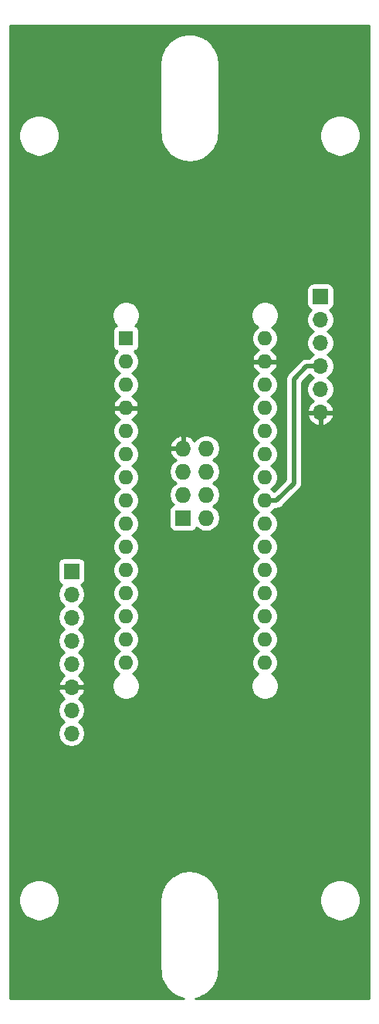
<source format=gbl>
G04 #@! TF.GenerationSoftware,KiCad,Pcbnew,(5.1.5)-3*
G04 #@! TF.CreationDate,2020-04-22T08:10:39-07:00*
G04 #@! TF.ProjectId,Plug_Pass_120V_arduino_shield,506c7567-5f50-4617-9373-5f313230565f,rev?*
G04 #@! TF.SameCoordinates,Original*
G04 #@! TF.FileFunction,Copper,L2,Bot*
G04 #@! TF.FilePolarity,Positive*
%FSLAX46Y46*%
G04 Gerber Fmt 4.6, Leading zero omitted, Abs format (unit mm)*
G04 Created by KiCad (PCBNEW (5.1.5)-3) date 2020-04-22 08:10:39*
%MOMM*%
%LPD*%
G04 APERTURE LIST*
%ADD10O,1.600000X1.600000*%
%ADD11R,1.600000X1.600000*%
%ADD12O,1.700000X1.700000*%
%ADD13R,1.700000X1.700000*%
%ADD14R,1.727200X1.727200*%
%ADD15O,1.727200X1.727200*%
%ADD16C,0.508000*%
%ADD17C,0.254000*%
G04 APERTURE END LIST*
D10*
X112392460Y-112395000D03*
X97152460Y-112395000D03*
X112392460Y-76835000D03*
X97152460Y-109855000D03*
X112392460Y-79375000D03*
X97152460Y-107315000D03*
X112392460Y-81915000D03*
X97152460Y-104775000D03*
X112392460Y-84455000D03*
X97152460Y-102235000D03*
X112392460Y-86995000D03*
X97152460Y-99695000D03*
X112392460Y-89535000D03*
X97152460Y-97155000D03*
X112392460Y-92075000D03*
X97152460Y-94615000D03*
X112392460Y-94615000D03*
X97152460Y-92075000D03*
X112392460Y-97155000D03*
X97152460Y-89535000D03*
X112392460Y-99695000D03*
X97152460Y-86995000D03*
X112392460Y-102235000D03*
X97152460Y-84455000D03*
X112392460Y-104775000D03*
X97152460Y-81915000D03*
X112392460Y-107315000D03*
X97152460Y-79375000D03*
X112392460Y-109855000D03*
D11*
X97152460Y-76835000D03*
D12*
X118488460Y-84963000D03*
X118488460Y-82423000D03*
X118488460Y-79883000D03*
X118488460Y-77343000D03*
X118488460Y-74803000D03*
D13*
X118488460Y-72263000D03*
D12*
X91183460Y-120142000D03*
X91183460Y-117602000D03*
X91183460Y-115062000D03*
X91183460Y-112522000D03*
X91183460Y-109982000D03*
X91183460Y-107442000D03*
X91183460Y-104902000D03*
D13*
X91183460Y-102362000D03*
D14*
X103418640Y-96520000D03*
D15*
X105958640Y-96520000D03*
X103418640Y-93980000D03*
X105958640Y-93980000D03*
X103418640Y-91440000D03*
X105958640Y-91440000D03*
X103418640Y-88900000D03*
X105958640Y-88900000D03*
D16*
X113665000Y-94615000D02*
X112392460Y-94615000D01*
X115570000Y-92710000D02*
X113665000Y-94615000D01*
X118488460Y-79883000D02*
X116967000Y-79883000D01*
X115570000Y-81280000D02*
X115570000Y-92710000D01*
X116967000Y-79883000D02*
X115570000Y-81280000D01*
D17*
G36*
X123812301Y-149212300D02*
G01*
X104741605Y-149212300D01*
X104780100Y-149204398D01*
X104841091Y-149192763D01*
X104850247Y-149189999D01*
X105323325Y-149043557D01*
X105380571Y-149019493D01*
X105438122Y-148996241D01*
X105446567Y-148991751D01*
X105882192Y-148756210D01*
X105933666Y-148721490D01*
X105985614Y-148687496D01*
X105993026Y-148681451D01*
X106374603Y-148365782D01*
X106418369Y-148321709D01*
X106462707Y-148278290D01*
X106468804Y-148270921D01*
X106781801Y-147887149D01*
X106816172Y-147835416D01*
X106851233Y-147784211D01*
X106855783Y-147775798D01*
X107088278Y-147338540D01*
X107111949Y-147281110D01*
X107136395Y-147224073D01*
X107139222Y-147214941D01*
X107139224Y-147214935D01*
X107282358Y-146740848D01*
X107294419Y-146679938D01*
X107307325Y-146619219D01*
X107308325Y-146609707D01*
X107347627Y-146208879D01*
X107355088Y-146184283D01*
X107365000Y-146083647D01*
X107365000Y-138396353D01*
X107364765Y-138393964D01*
X107364735Y-138389716D01*
X107361482Y-138358769D01*
X107361482Y-138327656D01*
X107360483Y-138318144D01*
X107347826Y-138205296D01*
X118368539Y-138205296D01*
X118368539Y-138654704D01*
X118456214Y-139095478D01*
X118628196Y-139510677D01*
X118877874Y-139884347D01*
X119195653Y-140202126D01*
X119569323Y-140451804D01*
X119984522Y-140623786D01*
X120425296Y-140711461D01*
X120874704Y-140711461D01*
X121315478Y-140623786D01*
X121730677Y-140451804D01*
X122104347Y-140202126D01*
X122422126Y-139884347D01*
X122671804Y-139510677D01*
X122843786Y-139095478D01*
X122931461Y-138654704D01*
X122931461Y-138205296D01*
X122843786Y-137764522D01*
X122671804Y-137349323D01*
X122422126Y-136975653D01*
X122104347Y-136657874D01*
X121730677Y-136408196D01*
X121315478Y-136236214D01*
X120874704Y-136148539D01*
X120425296Y-136148539D01*
X119984522Y-136236214D01*
X119569323Y-136408196D01*
X119195653Y-136657874D01*
X118877874Y-136975653D01*
X118628196Y-137349323D01*
X118456214Y-137764522D01*
X118368539Y-138205296D01*
X107347826Y-138205296D01*
X107305170Y-137825020D01*
X107292265Y-137764308D01*
X107280203Y-137703390D01*
X107277375Y-137694253D01*
X107127334Y-137221264D01*
X107102860Y-137164163D01*
X107079217Y-137106800D01*
X107074668Y-137098386D01*
X107074668Y-137098385D01*
X107074665Y-137098381D01*
X106835614Y-136663548D01*
X106800532Y-136612312D01*
X106766181Y-136560609D01*
X106760085Y-136553240D01*
X106441122Y-136173115D01*
X106396765Y-136129677D01*
X106353018Y-136085624D01*
X106345606Y-136079579D01*
X105958885Y-135768647D01*
X105906944Y-135734658D01*
X105855464Y-135699934D01*
X105847019Y-135695444D01*
X105407270Y-135465548D01*
X105349672Y-135442277D01*
X105292472Y-135418233D01*
X105283316Y-135415468D01*
X104807288Y-135275365D01*
X104746285Y-135263728D01*
X104685485Y-135251248D01*
X104675967Y-135250314D01*
X104181793Y-135205341D01*
X104119710Y-135205775D01*
X104057626Y-135205341D01*
X104048107Y-135206275D01*
X103554609Y-135258144D01*
X103493815Y-135270623D01*
X103432808Y-135282261D01*
X103423652Y-135285025D01*
X102949626Y-135431760D01*
X102892372Y-135455828D01*
X102834828Y-135479077D01*
X102826383Y-135483567D01*
X102389887Y-135719580D01*
X102338409Y-135754302D01*
X102286467Y-135788292D01*
X102279055Y-135794337D01*
X101896713Y-136110637D01*
X101852965Y-136154692D01*
X101808607Y-136198130D01*
X101802511Y-136205499D01*
X101488887Y-136590040D01*
X101454541Y-136641735D01*
X101419454Y-136692979D01*
X101414905Y-136701393D01*
X101181946Y-137139525D01*
X101158277Y-137196949D01*
X101133830Y-137253989D01*
X101131001Y-137263125D01*
X100987578Y-137738163D01*
X100975514Y-137799093D01*
X100962611Y-137859796D01*
X100961611Y-137869307D01*
X100913189Y-138363156D01*
X100913190Y-138496845D01*
X100915000Y-138505987D01*
X100915001Y-146083647D01*
X100915235Y-146086021D01*
X100915264Y-146090204D01*
X100918517Y-146121155D01*
X100918517Y-146152273D01*
X100919516Y-146161785D01*
X100974719Y-146653925D01*
X100987623Y-146714630D01*
X100999686Y-146775555D01*
X101002514Y-146784691D01*
X101152255Y-147256735D01*
X101176707Y-147313785D01*
X101200372Y-147371201D01*
X101204921Y-147379614D01*
X101443498Y-147813583D01*
X101478589Y-147864831D01*
X101512931Y-147916520D01*
X101519027Y-147923890D01*
X101837351Y-148303255D01*
X101881709Y-148346693D01*
X101925457Y-148390748D01*
X101932869Y-148396793D01*
X102318816Y-148707102D01*
X102370760Y-148741093D01*
X102422238Y-148775815D01*
X102430682Y-148780306D01*
X102869554Y-149009742D01*
X102927112Y-149032997D01*
X102984350Y-149057057D01*
X102993506Y-149059822D01*
X103468583Y-149199645D01*
X103529586Y-149211282D01*
X103534545Y-149212300D01*
X84467700Y-149212300D01*
X84467700Y-138205296D01*
X85348539Y-138205296D01*
X85348539Y-138654704D01*
X85436214Y-139095478D01*
X85608196Y-139510677D01*
X85857874Y-139884347D01*
X86175653Y-140202126D01*
X86549323Y-140451804D01*
X86964522Y-140623786D01*
X87405296Y-140711461D01*
X87854704Y-140711461D01*
X88295478Y-140623786D01*
X88710677Y-140451804D01*
X89084347Y-140202126D01*
X89402126Y-139884347D01*
X89651804Y-139510677D01*
X89823786Y-139095478D01*
X89911461Y-138654704D01*
X89911461Y-138205296D01*
X89823786Y-137764522D01*
X89651804Y-137349323D01*
X89402126Y-136975653D01*
X89084347Y-136657874D01*
X88710677Y-136408196D01*
X88295478Y-136236214D01*
X87854704Y-136148539D01*
X87405296Y-136148539D01*
X86964522Y-136236214D01*
X86549323Y-136408196D01*
X86175653Y-136657874D01*
X85857874Y-136975653D01*
X85608196Y-137349323D01*
X85436214Y-137764522D01*
X85348539Y-138205296D01*
X84467700Y-138205296D01*
X84467700Y-117455740D01*
X89698460Y-117455740D01*
X89698460Y-117748260D01*
X89755528Y-118035158D01*
X89867470Y-118305411D01*
X90029985Y-118548632D01*
X90236828Y-118755475D01*
X90411220Y-118872000D01*
X90236828Y-118988525D01*
X90029985Y-119195368D01*
X89867470Y-119438589D01*
X89755528Y-119708842D01*
X89698460Y-119995740D01*
X89698460Y-120288260D01*
X89755528Y-120575158D01*
X89867470Y-120845411D01*
X90029985Y-121088632D01*
X90236828Y-121295475D01*
X90480049Y-121457990D01*
X90750302Y-121569932D01*
X91037200Y-121627000D01*
X91329720Y-121627000D01*
X91616618Y-121569932D01*
X91886871Y-121457990D01*
X92130092Y-121295475D01*
X92336935Y-121088632D01*
X92499450Y-120845411D01*
X92611392Y-120575158D01*
X92668460Y-120288260D01*
X92668460Y-119995740D01*
X92611392Y-119708842D01*
X92499450Y-119438589D01*
X92336935Y-119195368D01*
X92130092Y-118988525D01*
X91955700Y-118872000D01*
X92130092Y-118755475D01*
X92336935Y-118548632D01*
X92499450Y-118305411D01*
X92611392Y-118035158D01*
X92668460Y-117748260D01*
X92668460Y-117455740D01*
X92611392Y-117168842D01*
X92499450Y-116898589D01*
X92336935Y-116655368D01*
X92130092Y-116448525D01*
X91947926Y-116326805D01*
X92064815Y-116257178D01*
X92281048Y-116062269D01*
X92455101Y-115828920D01*
X92580285Y-115566099D01*
X92624936Y-115418890D01*
X92503615Y-115189000D01*
X91310460Y-115189000D01*
X91310460Y-115209000D01*
X91056460Y-115209000D01*
X91056460Y-115189000D01*
X89863305Y-115189000D01*
X89741984Y-115418890D01*
X89786635Y-115566099D01*
X89911819Y-115828920D01*
X90085872Y-116062269D01*
X90302105Y-116257178D01*
X90418994Y-116326805D01*
X90236828Y-116448525D01*
X90029985Y-116655368D01*
X89867470Y-116898589D01*
X89755528Y-117168842D01*
X89698460Y-117455740D01*
X84467700Y-117455740D01*
X84467700Y-101512000D01*
X89695388Y-101512000D01*
X89695388Y-103212000D01*
X89707648Y-103336482D01*
X89743958Y-103456180D01*
X89802923Y-103566494D01*
X89882275Y-103663185D01*
X89978966Y-103742537D01*
X90089280Y-103801502D01*
X90161840Y-103823513D01*
X90029985Y-103955368D01*
X89867470Y-104198589D01*
X89755528Y-104468842D01*
X89698460Y-104755740D01*
X89698460Y-105048260D01*
X89755528Y-105335158D01*
X89867470Y-105605411D01*
X90029985Y-105848632D01*
X90236828Y-106055475D01*
X90411220Y-106172000D01*
X90236828Y-106288525D01*
X90029985Y-106495368D01*
X89867470Y-106738589D01*
X89755528Y-107008842D01*
X89698460Y-107295740D01*
X89698460Y-107588260D01*
X89755528Y-107875158D01*
X89867470Y-108145411D01*
X90029985Y-108388632D01*
X90236828Y-108595475D01*
X90411220Y-108712000D01*
X90236828Y-108828525D01*
X90029985Y-109035368D01*
X89867470Y-109278589D01*
X89755528Y-109548842D01*
X89698460Y-109835740D01*
X89698460Y-110128260D01*
X89755528Y-110415158D01*
X89867470Y-110685411D01*
X90029985Y-110928632D01*
X90236828Y-111135475D01*
X90411220Y-111252000D01*
X90236828Y-111368525D01*
X90029985Y-111575368D01*
X89867470Y-111818589D01*
X89755528Y-112088842D01*
X89698460Y-112375740D01*
X89698460Y-112668260D01*
X89755528Y-112955158D01*
X89867470Y-113225411D01*
X90029985Y-113468632D01*
X90236828Y-113675475D01*
X90418994Y-113797195D01*
X90302105Y-113866822D01*
X90085872Y-114061731D01*
X89911819Y-114295080D01*
X89786635Y-114557901D01*
X89741984Y-114705110D01*
X89863305Y-114935000D01*
X91056460Y-114935000D01*
X91056460Y-114915000D01*
X91310460Y-114915000D01*
X91310460Y-114935000D01*
X92503615Y-114935000D01*
X92582880Y-114784801D01*
X95627460Y-114784801D01*
X95627460Y-115085199D01*
X95686065Y-115379826D01*
X95801022Y-115657358D01*
X95967915Y-115907131D01*
X96180329Y-116119545D01*
X96430102Y-116286438D01*
X96707634Y-116401395D01*
X97002261Y-116460000D01*
X97302659Y-116460000D01*
X97597286Y-116401395D01*
X97874818Y-116286438D01*
X98124591Y-116119545D01*
X98337005Y-115907131D01*
X98503898Y-115657358D01*
X98618855Y-115379826D01*
X98677460Y-115085199D01*
X98677460Y-114784801D01*
X110867460Y-114784801D01*
X110867460Y-115085199D01*
X110926065Y-115379826D01*
X111041022Y-115657358D01*
X111207915Y-115907131D01*
X111420329Y-116119545D01*
X111670102Y-116286438D01*
X111947634Y-116401395D01*
X112242261Y-116460000D01*
X112542659Y-116460000D01*
X112837286Y-116401395D01*
X113114818Y-116286438D01*
X113364591Y-116119545D01*
X113577005Y-115907131D01*
X113743898Y-115657358D01*
X113858855Y-115379826D01*
X113917460Y-115085199D01*
X113917460Y-114784801D01*
X113858855Y-114490174D01*
X113743898Y-114212642D01*
X113577005Y-113962869D01*
X113364591Y-113750455D01*
X113155700Y-113610879D01*
X113307219Y-113509637D01*
X113507097Y-113309759D01*
X113664140Y-113074727D01*
X113772313Y-112813574D01*
X113827460Y-112536335D01*
X113827460Y-112253665D01*
X113772313Y-111976426D01*
X113664140Y-111715273D01*
X113507097Y-111480241D01*
X113307219Y-111280363D01*
X113074701Y-111125000D01*
X113307219Y-110969637D01*
X113507097Y-110769759D01*
X113664140Y-110534727D01*
X113772313Y-110273574D01*
X113827460Y-109996335D01*
X113827460Y-109713665D01*
X113772313Y-109436426D01*
X113664140Y-109175273D01*
X113507097Y-108940241D01*
X113307219Y-108740363D01*
X113074701Y-108585000D01*
X113307219Y-108429637D01*
X113507097Y-108229759D01*
X113664140Y-107994727D01*
X113772313Y-107733574D01*
X113827460Y-107456335D01*
X113827460Y-107173665D01*
X113772313Y-106896426D01*
X113664140Y-106635273D01*
X113507097Y-106400241D01*
X113307219Y-106200363D01*
X113074701Y-106045000D01*
X113307219Y-105889637D01*
X113507097Y-105689759D01*
X113664140Y-105454727D01*
X113772313Y-105193574D01*
X113827460Y-104916335D01*
X113827460Y-104633665D01*
X113772313Y-104356426D01*
X113664140Y-104095273D01*
X113507097Y-103860241D01*
X113307219Y-103660363D01*
X113074701Y-103505000D01*
X113307219Y-103349637D01*
X113507097Y-103149759D01*
X113664140Y-102914727D01*
X113772313Y-102653574D01*
X113827460Y-102376335D01*
X113827460Y-102093665D01*
X113772313Y-101816426D01*
X113664140Y-101555273D01*
X113507097Y-101320241D01*
X113307219Y-101120363D01*
X113074701Y-100965000D01*
X113307219Y-100809637D01*
X113507097Y-100609759D01*
X113664140Y-100374727D01*
X113772313Y-100113574D01*
X113827460Y-99836335D01*
X113827460Y-99553665D01*
X113772313Y-99276426D01*
X113664140Y-99015273D01*
X113507097Y-98780241D01*
X113307219Y-98580363D01*
X113074701Y-98425000D01*
X113307219Y-98269637D01*
X113507097Y-98069759D01*
X113664140Y-97834727D01*
X113772313Y-97573574D01*
X113827460Y-97296335D01*
X113827460Y-97013665D01*
X113772313Y-96736426D01*
X113664140Y-96475273D01*
X113507097Y-96240241D01*
X113307219Y-96040363D01*
X113074701Y-95885000D01*
X113307219Y-95729637D01*
X113507097Y-95529759D01*
X113524309Y-95504000D01*
X113621340Y-95504000D01*
X113665000Y-95508300D01*
X113708660Y-95504000D01*
X113708667Y-95504000D01*
X113839274Y-95491136D01*
X114006851Y-95440303D01*
X114161291Y-95357753D01*
X114296659Y-95246659D01*
X114324499Y-95212736D01*
X116167742Y-93369494D01*
X116201659Y-93341659D01*
X116312753Y-93206291D01*
X116395303Y-93051851D01*
X116446136Y-92884274D01*
X116446458Y-92881010D01*
X116457584Y-92768042D01*
X116459000Y-92753667D01*
X116459000Y-92753660D01*
X116463300Y-92710000D01*
X116459000Y-92666340D01*
X116459000Y-85319890D01*
X117046984Y-85319890D01*
X117091635Y-85467099D01*
X117216819Y-85729920D01*
X117390872Y-85963269D01*
X117607105Y-86158178D01*
X117857208Y-86307157D01*
X118131569Y-86404481D01*
X118361460Y-86283814D01*
X118361460Y-85090000D01*
X118615460Y-85090000D01*
X118615460Y-86283814D01*
X118845351Y-86404481D01*
X119119712Y-86307157D01*
X119369815Y-86158178D01*
X119586048Y-85963269D01*
X119760101Y-85729920D01*
X119885285Y-85467099D01*
X119929936Y-85319890D01*
X119808615Y-85090000D01*
X118615460Y-85090000D01*
X118361460Y-85090000D01*
X117168305Y-85090000D01*
X117046984Y-85319890D01*
X116459000Y-85319890D01*
X116459000Y-81648235D01*
X117312001Y-80795234D01*
X117334985Y-80829632D01*
X117541828Y-81036475D01*
X117716220Y-81153000D01*
X117541828Y-81269525D01*
X117334985Y-81476368D01*
X117172470Y-81719589D01*
X117060528Y-81989842D01*
X117003460Y-82276740D01*
X117003460Y-82569260D01*
X117060528Y-82856158D01*
X117172470Y-83126411D01*
X117334985Y-83369632D01*
X117541828Y-83576475D01*
X117723994Y-83698195D01*
X117607105Y-83767822D01*
X117390872Y-83962731D01*
X117216819Y-84196080D01*
X117091635Y-84458901D01*
X117046984Y-84606110D01*
X117168305Y-84836000D01*
X118361460Y-84836000D01*
X118361460Y-84816000D01*
X118615460Y-84816000D01*
X118615460Y-84836000D01*
X119808615Y-84836000D01*
X119929936Y-84606110D01*
X119885285Y-84458901D01*
X119760101Y-84196080D01*
X119586048Y-83962731D01*
X119369815Y-83767822D01*
X119252926Y-83698195D01*
X119435092Y-83576475D01*
X119641935Y-83369632D01*
X119804450Y-83126411D01*
X119916392Y-82856158D01*
X119973460Y-82569260D01*
X119973460Y-82276740D01*
X119916392Y-81989842D01*
X119804450Y-81719589D01*
X119641935Y-81476368D01*
X119435092Y-81269525D01*
X119260700Y-81153000D01*
X119435092Y-81036475D01*
X119641935Y-80829632D01*
X119804450Y-80586411D01*
X119916392Y-80316158D01*
X119973460Y-80029260D01*
X119973460Y-79736740D01*
X119916392Y-79449842D01*
X119804450Y-79179589D01*
X119641935Y-78936368D01*
X119435092Y-78729525D01*
X119260700Y-78613000D01*
X119435092Y-78496475D01*
X119641935Y-78289632D01*
X119804450Y-78046411D01*
X119916392Y-77776158D01*
X119973460Y-77489260D01*
X119973460Y-77196740D01*
X119916392Y-76909842D01*
X119804450Y-76639589D01*
X119641935Y-76396368D01*
X119435092Y-76189525D01*
X119260700Y-76073000D01*
X119435092Y-75956475D01*
X119641935Y-75749632D01*
X119804450Y-75506411D01*
X119916392Y-75236158D01*
X119973460Y-74949260D01*
X119973460Y-74656740D01*
X119916392Y-74369842D01*
X119804450Y-74099589D01*
X119641935Y-73856368D01*
X119510080Y-73724513D01*
X119582640Y-73702502D01*
X119692954Y-73643537D01*
X119789645Y-73564185D01*
X119868997Y-73467494D01*
X119927962Y-73357180D01*
X119964272Y-73237482D01*
X119976532Y-73113000D01*
X119976532Y-71413000D01*
X119964272Y-71288518D01*
X119927962Y-71168820D01*
X119868997Y-71058506D01*
X119789645Y-70961815D01*
X119692954Y-70882463D01*
X119582640Y-70823498D01*
X119462942Y-70787188D01*
X119338460Y-70774928D01*
X117638460Y-70774928D01*
X117513978Y-70787188D01*
X117394280Y-70823498D01*
X117283966Y-70882463D01*
X117187275Y-70961815D01*
X117107923Y-71058506D01*
X117048958Y-71168820D01*
X117012648Y-71288518D01*
X117000388Y-71413000D01*
X117000388Y-73113000D01*
X117012648Y-73237482D01*
X117048958Y-73357180D01*
X117107923Y-73467494D01*
X117187275Y-73564185D01*
X117283966Y-73643537D01*
X117394280Y-73702502D01*
X117466840Y-73724513D01*
X117334985Y-73856368D01*
X117172470Y-74099589D01*
X117060528Y-74369842D01*
X117003460Y-74656740D01*
X117003460Y-74949260D01*
X117060528Y-75236158D01*
X117172470Y-75506411D01*
X117334985Y-75749632D01*
X117541828Y-75956475D01*
X117716220Y-76073000D01*
X117541828Y-76189525D01*
X117334985Y-76396368D01*
X117172470Y-76639589D01*
X117060528Y-76909842D01*
X117003460Y-77196740D01*
X117003460Y-77489260D01*
X117060528Y-77776158D01*
X117172470Y-78046411D01*
X117334985Y-78289632D01*
X117541828Y-78496475D01*
X117716220Y-78613000D01*
X117541828Y-78729525D01*
X117334985Y-78936368D01*
X117296477Y-78994000D01*
X117010659Y-78994000D01*
X116966999Y-78989700D01*
X116923339Y-78994000D01*
X116923333Y-78994000D01*
X116825924Y-79003594D01*
X116792724Y-79006864D01*
X116729770Y-79025961D01*
X116625149Y-79057697D01*
X116470709Y-79140247D01*
X116335341Y-79251341D01*
X116307501Y-79285264D01*
X114972264Y-80620501D01*
X114938341Y-80648341D01*
X114827247Y-80783710D01*
X114744697Y-80938150D01*
X114693864Y-81105727D01*
X114681000Y-81236334D01*
X114681000Y-81236340D01*
X114676700Y-81280000D01*
X114681000Y-81323660D01*
X114681001Y-92341763D01*
X113414810Y-93607954D01*
X113307219Y-93500363D01*
X113074701Y-93345000D01*
X113307219Y-93189637D01*
X113507097Y-92989759D01*
X113664140Y-92754727D01*
X113772313Y-92493574D01*
X113827460Y-92216335D01*
X113827460Y-91933665D01*
X113772313Y-91656426D01*
X113664140Y-91395273D01*
X113507097Y-91160241D01*
X113307219Y-90960363D01*
X113074701Y-90805000D01*
X113307219Y-90649637D01*
X113507097Y-90449759D01*
X113664140Y-90214727D01*
X113772313Y-89953574D01*
X113827460Y-89676335D01*
X113827460Y-89393665D01*
X113772313Y-89116426D01*
X113664140Y-88855273D01*
X113507097Y-88620241D01*
X113307219Y-88420363D01*
X113074701Y-88265000D01*
X113307219Y-88109637D01*
X113507097Y-87909759D01*
X113664140Y-87674727D01*
X113772313Y-87413574D01*
X113827460Y-87136335D01*
X113827460Y-86853665D01*
X113772313Y-86576426D01*
X113664140Y-86315273D01*
X113507097Y-86080241D01*
X113307219Y-85880363D01*
X113074701Y-85725000D01*
X113307219Y-85569637D01*
X113507097Y-85369759D01*
X113664140Y-85134727D01*
X113772313Y-84873574D01*
X113827460Y-84596335D01*
X113827460Y-84313665D01*
X113772313Y-84036426D01*
X113664140Y-83775273D01*
X113507097Y-83540241D01*
X113307219Y-83340363D01*
X113074701Y-83185000D01*
X113307219Y-83029637D01*
X113507097Y-82829759D01*
X113664140Y-82594727D01*
X113772313Y-82333574D01*
X113827460Y-82056335D01*
X113827460Y-81773665D01*
X113772313Y-81496426D01*
X113664140Y-81235273D01*
X113507097Y-81000241D01*
X113307219Y-80800363D01*
X113072187Y-80643320D01*
X113061595Y-80638933D01*
X113247591Y-80527385D01*
X113455979Y-80338414D01*
X113623497Y-80112420D01*
X113743706Y-79858087D01*
X113784364Y-79724039D01*
X113662375Y-79502000D01*
X112519460Y-79502000D01*
X112519460Y-79522000D01*
X112265460Y-79522000D01*
X112265460Y-79502000D01*
X111122545Y-79502000D01*
X111000556Y-79724039D01*
X111041214Y-79858087D01*
X111161423Y-80112420D01*
X111328941Y-80338414D01*
X111537329Y-80527385D01*
X111723325Y-80638933D01*
X111712733Y-80643320D01*
X111477701Y-80800363D01*
X111277823Y-81000241D01*
X111120780Y-81235273D01*
X111012607Y-81496426D01*
X110957460Y-81773665D01*
X110957460Y-82056335D01*
X111012607Y-82333574D01*
X111120780Y-82594727D01*
X111277823Y-82829759D01*
X111477701Y-83029637D01*
X111710219Y-83185000D01*
X111477701Y-83340363D01*
X111277823Y-83540241D01*
X111120780Y-83775273D01*
X111012607Y-84036426D01*
X110957460Y-84313665D01*
X110957460Y-84596335D01*
X111012607Y-84873574D01*
X111120780Y-85134727D01*
X111277823Y-85369759D01*
X111477701Y-85569637D01*
X111710219Y-85725000D01*
X111477701Y-85880363D01*
X111277823Y-86080241D01*
X111120780Y-86315273D01*
X111012607Y-86576426D01*
X110957460Y-86853665D01*
X110957460Y-87136335D01*
X111012607Y-87413574D01*
X111120780Y-87674727D01*
X111277823Y-87909759D01*
X111477701Y-88109637D01*
X111710219Y-88265000D01*
X111477701Y-88420363D01*
X111277823Y-88620241D01*
X111120780Y-88855273D01*
X111012607Y-89116426D01*
X110957460Y-89393665D01*
X110957460Y-89676335D01*
X111012607Y-89953574D01*
X111120780Y-90214727D01*
X111277823Y-90449759D01*
X111477701Y-90649637D01*
X111710219Y-90805000D01*
X111477701Y-90960363D01*
X111277823Y-91160241D01*
X111120780Y-91395273D01*
X111012607Y-91656426D01*
X110957460Y-91933665D01*
X110957460Y-92216335D01*
X111012607Y-92493574D01*
X111120780Y-92754727D01*
X111277823Y-92989759D01*
X111477701Y-93189637D01*
X111710219Y-93345000D01*
X111477701Y-93500363D01*
X111277823Y-93700241D01*
X111120780Y-93935273D01*
X111012607Y-94196426D01*
X110957460Y-94473665D01*
X110957460Y-94756335D01*
X111012607Y-95033574D01*
X111120780Y-95294727D01*
X111277823Y-95529759D01*
X111477701Y-95729637D01*
X111710219Y-95885000D01*
X111477701Y-96040363D01*
X111277823Y-96240241D01*
X111120780Y-96475273D01*
X111012607Y-96736426D01*
X110957460Y-97013665D01*
X110957460Y-97296335D01*
X111012607Y-97573574D01*
X111120780Y-97834727D01*
X111277823Y-98069759D01*
X111477701Y-98269637D01*
X111710219Y-98425000D01*
X111477701Y-98580363D01*
X111277823Y-98780241D01*
X111120780Y-99015273D01*
X111012607Y-99276426D01*
X110957460Y-99553665D01*
X110957460Y-99836335D01*
X111012607Y-100113574D01*
X111120780Y-100374727D01*
X111277823Y-100609759D01*
X111477701Y-100809637D01*
X111710219Y-100965000D01*
X111477701Y-101120363D01*
X111277823Y-101320241D01*
X111120780Y-101555273D01*
X111012607Y-101816426D01*
X110957460Y-102093665D01*
X110957460Y-102376335D01*
X111012607Y-102653574D01*
X111120780Y-102914727D01*
X111277823Y-103149759D01*
X111477701Y-103349637D01*
X111710219Y-103505000D01*
X111477701Y-103660363D01*
X111277823Y-103860241D01*
X111120780Y-104095273D01*
X111012607Y-104356426D01*
X110957460Y-104633665D01*
X110957460Y-104916335D01*
X111012607Y-105193574D01*
X111120780Y-105454727D01*
X111277823Y-105689759D01*
X111477701Y-105889637D01*
X111710219Y-106045000D01*
X111477701Y-106200363D01*
X111277823Y-106400241D01*
X111120780Y-106635273D01*
X111012607Y-106896426D01*
X110957460Y-107173665D01*
X110957460Y-107456335D01*
X111012607Y-107733574D01*
X111120780Y-107994727D01*
X111277823Y-108229759D01*
X111477701Y-108429637D01*
X111710219Y-108585000D01*
X111477701Y-108740363D01*
X111277823Y-108940241D01*
X111120780Y-109175273D01*
X111012607Y-109436426D01*
X110957460Y-109713665D01*
X110957460Y-109996335D01*
X111012607Y-110273574D01*
X111120780Y-110534727D01*
X111277823Y-110769759D01*
X111477701Y-110969637D01*
X111710219Y-111125000D01*
X111477701Y-111280363D01*
X111277823Y-111480241D01*
X111120780Y-111715273D01*
X111012607Y-111976426D01*
X110957460Y-112253665D01*
X110957460Y-112536335D01*
X111012607Y-112813574D01*
X111120780Y-113074727D01*
X111277823Y-113309759D01*
X111477701Y-113509637D01*
X111629220Y-113610879D01*
X111420329Y-113750455D01*
X111207915Y-113962869D01*
X111041022Y-114212642D01*
X110926065Y-114490174D01*
X110867460Y-114784801D01*
X98677460Y-114784801D01*
X98618855Y-114490174D01*
X98503898Y-114212642D01*
X98337005Y-113962869D01*
X98124591Y-113750455D01*
X97915700Y-113610879D01*
X98067219Y-113509637D01*
X98267097Y-113309759D01*
X98424140Y-113074727D01*
X98532313Y-112813574D01*
X98587460Y-112536335D01*
X98587460Y-112253665D01*
X98532313Y-111976426D01*
X98424140Y-111715273D01*
X98267097Y-111480241D01*
X98067219Y-111280363D01*
X97834701Y-111125000D01*
X98067219Y-110969637D01*
X98267097Y-110769759D01*
X98424140Y-110534727D01*
X98532313Y-110273574D01*
X98587460Y-109996335D01*
X98587460Y-109713665D01*
X98532313Y-109436426D01*
X98424140Y-109175273D01*
X98267097Y-108940241D01*
X98067219Y-108740363D01*
X97834701Y-108585000D01*
X98067219Y-108429637D01*
X98267097Y-108229759D01*
X98424140Y-107994727D01*
X98532313Y-107733574D01*
X98587460Y-107456335D01*
X98587460Y-107173665D01*
X98532313Y-106896426D01*
X98424140Y-106635273D01*
X98267097Y-106400241D01*
X98067219Y-106200363D01*
X97834701Y-106045000D01*
X98067219Y-105889637D01*
X98267097Y-105689759D01*
X98424140Y-105454727D01*
X98532313Y-105193574D01*
X98587460Y-104916335D01*
X98587460Y-104633665D01*
X98532313Y-104356426D01*
X98424140Y-104095273D01*
X98267097Y-103860241D01*
X98067219Y-103660363D01*
X97834701Y-103505000D01*
X98067219Y-103349637D01*
X98267097Y-103149759D01*
X98424140Y-102914727D01*
X98532313Y-102653574D01*
X98587460Y-102376335D01*
X98587460Y-102093665D01*
X98532313Y-101816426D01*
X98424140Y-101555273D01*
X98267097Y-101320241D01*
X98067219Y-101120363D01*
X97834701Y-100965000D01*
X98067219Y-100809637D01*
X98267097Y-100609759D01*
X98424140Y-100374727D01*
X98532313Y-100113574D01*
X98587460Y-99836335D01*
X98587460Y-99553665D01*
X98532313Y-99276426D01*
X98424140Y-99015273D01*
X98267097Y-98780241D01*
X98067219Y-98580363D01*
X97834701Y-98425000D01*
X98067219Y-98269637D01*
X98267097Y-98069759D01*
X98424140Y-97834727D01*
X98532313Y-97573574D01*
X98587460Y-97296335D01*
X98587460Y-97013665D01*
X98532313Y-96736426D01*
X98424140Y-96475273D01*
X98267097Y-96240241D01*
X98067219Y-96040363D01*
X97834701Y-95885000D01*
X98067219Y-95729637D01*
X98140456Y-95656400D01*
X101916968Y-95656400D01*
X101916968Y-97383600D01*
X101929228Y-97508082D01*
X101965538Y-97627780D01*
X102024503Y-97738094D01*
X102103855Y-97834785D01*
X102200546Y-97914137D01*
X102310860Y-97973102D01*
X102430558Y-98009412D01*
X102555040Y-98021672D01*
X104282240Y-98021672D01*
X104406722Y-98009412D01*
X104526420Y-97973102D01*
X104636734Y-97914137D01*
X104733425Y-97834785D01*
X104812777Y-97738094D01*
X104871742Y-97627780D01*
X104889276Y-97569977D01*
X105003338Y-97684039D01*
X105248787Y-97848042D01*
X105521515Y-97961010D01*
X105811041Y-98018600D01*
X106106239Y-98018600D01*
X106395765Y-97961010D01*
X106668493Y-97848042D01*
X106913942Y-97684039D01*
X107122679Y-97475302D01*
X107286682Y-97229853D01*
X107399650Y-96957125D01*
X107457240Y-96667599D01*
X107457240Y-96372401D01*
X107399650Y-96082875D01*
X107286682Y-95810147D01*
X107122679Y-95564698D01*
X106913942Y-95355961D01*
X106755359Y-95250000D01*
X106913942Y-95144039D01*
X107122679Y-94935302D01*
X107286682Y-94689853D01*
X107399650Y-94417125D01*
X107457240Y-94127599D01*
X107457240Y-93832401D01*
X107399650Y-93542875D01*
X107286682Y-93270147D01*
X107122679Y-93024698D01*
X106913942Y-92815961D01*
X106755359Y-92710000D01*
X106913942Y-92604039D01*
X107122679Y-92395302D01*
X107286682Y-92149853D01*
X107399650Y-91877125D01*
X107457240Y-91587599D01*
X107457240Y-91292401D01*
X107399650Y-91002875D01*
X107286682Y-90730147D01*
X107122679Y-90484698D01*
X106913942Y-90275961D01*
X106755359Y-90170000D01*
X106913942Y-90064039D01*
X107122679Y-89855302D01*
X107286682Y-89609853D01*
X107399650Y-89337125D01*
X107457240Y-89047599D01*
X107457240Y-88752401D01*
X107399650Y-88462875D01*
X107286682Y-88190147D01*
X107122679Y-87944698D01*
X106913942Y-87735961D01*
X106668493Y-87571958D01*
X106395765Y-87458990D01*
X106106239Y-87401400D01*
X105811041Y-87401400D01*
X105521515Y-87458990D01*
X105248787Y-87571958D01*
X105003338Y-87735961D01*
X104794601Y-87944698D01*
X104686948Y-88105813D01*
X104525494Y-87889707D01*
X104307128Y-87693183D01*
X104054618Y-87543036D01*
X103777667Y-87445037D01*
X103545640Y-87565536D01*
X103545640Y-88773000D01*
X103565640Y-88773000D01*
X103565640Y-89027000D01*
X103545640Y-89027000D01*
X103545640Y-89047000D01*
X103291640Y-89047000D01*
X103291640Y-89027000D01*
X102084823Y-89027000D01*
X101963682Y-89259026D01*
X102009418Y-89409814D01*
X102135956Y-89674944D01*
X102311786Y-89910293D01*
X102530152Y-90106817D01*
X102628743Y-90165441D01*
X102463338Y-90275961D01*
X102254601Y-90484698D01*
X102090598Y-90730147D01*
X101977630Y-91002875D01*
X101920040Y-91292401D01*
X101920040Y-91587599D01*
X101977630Y-91877125D01*
X102090598Y-92149853D01*
X102254601Y-92395302D01*
X102463338Y-92604039D01*
X102621921Y-92710000D01*
X102463338Y-92815961D01*
X102254601Y-93024698D01*
X102090598Y-93270147D01*
X101977630Y-93542875D01*
X101920040Y-93832401D01*
X101920040Y-94127599D01*
X101977630Y-94417125D01*
X102090598Y-94689853D01*
X102254601Y-94935302D01*
X102368663Y-95049364D01*
X102310860Y-95066898D01*
X102200546Y-95125863D01*
X102103855Y-95205215D01*
X102024503Y-95301906D01*
X101965538Y-95412220D01*
X101929228Y-95531918D01*
X101916968Y-95656400D01*
X98140456Y-95656400D01*
X98267097Y-95529759D01*
X98424140Y-95294727D01*
X98532313Y-95033574D01*
X98587460Y-94756335D01*
X98587460Y-94473665D01*
X98532313Y-94196426D01*
X98424140Y-93935273D01*
X98267097Y-93700241D01*
X98067219Y-93500363D01*
X97834701Y-93345000D01*
X98067219Y-93189637D01*
X98267097Y-92989759D01*
X98424140Y-92754727D01*
X98532313Y-92493574D01*
X98587460Y-92216335D01*
X98587460Y-91933665D01*
X98532313Y-91656426D01*
X98424140Y-91395273D01*
X98267097Y-91160241D01*
X98067219Y-90960363D01*
X97834701Y-90805000D01*
X98067219Y-90649637D01*
X98267097Y-90449759D01*
X98424140Y-90214727D01*
X98532313Y-89953574D01*
X98587460Y-89676335D01*
X98587460Y-89393665D01*
X98532313Y-89116426D01*
X98424140Y-88855273D01*
X98267097Y-88620241D01*
X98187830Y-88540974D01*
X101963682Y-88540974D01*
X102084823Y-88773000D01*
X103291640Y-88773000D01*
X103291640Y-87565536D01*
X103059613Y-87445037D01*
X102782662Y-87543036D01*
X102530152Y-87693183D01*
X102311786Y-87889707D01*
X102135956Y-88125056D01*
X102009418Y-88390186D01*
X101963682Y-88540974D01*
X98187830Y-88540974D01*
X98067219Y-88420363D01*
X97834701Y-88265000D01*
X98067219Y-88109637D01*
X98267097Y-87909759D01*
X98424140Y-87674727D01*
X98532313Y-87413574D01*
X98587460Y-87136335D01*
X98587460Y-86853665D01*
X98532313Y-86576426D01*
X98424140Y-86315273D01*
X98267097Y-86080241D01*
X98067219Y-85880363D01*
X97832187Y-85723320D01*
X97821595Y-85718933D01*
X98007591Y-85607385D01*
X98215979Y-85418414D01*
X98383497Y-85192420D01*
X98503706Y-84938087D01*
X98544364Y-84804039D01*
X98422375Y-84582000D01*
X97279460Y-84582000D01*
X97279460Y-84602000D01*
X97025460Y-84602000D01*
X97025460Y-84582000D01*
X95882545Y-84582000D01*
X95760556Y-84804039D01*
X95801214Y-84938087D01*
X95921423Y-85192420D01*
X96088941Y-85418414D01*
X96297329Y-85607385D01*
X96483325Y-85718933D01*
X96472733Y-85723320D01*
X96237701Y-85880363D01*
X96037823Y-86080241D01*
X95880780Y-86315273D01*
X95772607Y-86576426D01*
X95717460Y-86853665D01*
X95717460Y-87136335D01*
X95772607Y-87413574D01*
X95880780Y-87674727D01*
X96037823Y-87909759D01*
X96237701Y-88109637D01*
X96470219Y-88265000D01*
X96237701Y-88420363D01*
X96037823Y-88620241D01*
X95880780Y-88855273D01*
X95772607Y-89116426D01*
X95717460Y-89393665D01*
X95717460Y-89676335D01*
X95772607Y-89953574D01*
X95880780Y-90214727D01*
X96037823Y-90449759D01*
X96237701Y-90649637D01*
X96470219Y-90805000D01*
X96237701Y-90960363D01*
X96037823Y-91160241D01*
X95880780Y-91395273D01*
X95772607Y-91656426D01*
X95717460Y-91933665D01*
X95717460Y-92216335D01*
X95772607Y-92493574D01*
X95880780Y-92754727D01*
X96037823Y-92989759D01*
X96237701Y-93189637D01*
X96470219Y-93345000D01*
X96237701Y-93500363D01*
X96037823Y-93700241D01*
X95880780Y-93935273D01*
X95772607Y-94196426D01*
X95717460Y-94473665D01*
X95717460Y-94756335D01*
X95772607Y-95033574D01*
X95880780Y-95294727D01*
X96037823Y-95529759D01*
X96237701Y-95729637D01*
X96470219Y-95885000D01*
X96237701Y-96040363D01*
X96037823Y-96240241D01*
X95880780Y-96475273D01*
X95772607Y-96736426D01*
X95717460Y-97013665D01*
X95717460Y-97296335D01*
X95772607Y-97573574D01*
X95880780Y-97834727D01*
X96037823Y-98069759D01*
X96237701Y-98269637D01*
X96470219Y-98425000D01*
X96237701Y-98580363D01*
X96037823Y-98780241D01*
X95880780Y-99015273D01*
X95772607Y-99276426D01*
X95717460Y-99553665D01*
X95717460Y-99836335D01*
X95772607Y-100113574D01*
X95880780Y-100374727D01*
X96037823Y-100609759D01*
X96237701Y-100809637D01*
X96470219Y-100965000D01*
X96237701Y-101120363D01*
X96037823Y-101320241D01*
X95880780Y-101555273D01*
X95772607Y-101816426D01*
X95717460Y-102093665D01*
X95717460Y-102376335D01*
X95772607Y-102653574D01*
X95880780Y-102914727D01*
X96037823Y-103149759D01*
X96237701Y-103349637D01*
X96470219Y-103505000D01*
X96237701Y-103660363D01*
X96037823Y-103860241D01*
X95880780Y-104095273D01*
X95772607Y-104356426D01*
X95717460Y-104633665D01*
X95717460Y-104916335D01*
X95772607Y-105193574D01*
X95880780Y-105454727D01*
X96037823Y-105689759D01*
X96237701Y-105889637D01*
X96470219Y-106045000D01*
X96237701Y-106200363D01*
X96037823Y-106400241D01*
X95880780Y-106635273D01*
X95772607Y-106896426D01*
X95717460Y-107173665D01*
X95717460Y-107456335D01*
X95772607Y-107733574D01*
X95880780Y-107994727D01*
X96037823Y-108229759D01*
X96237701Y-108429637D01*
X96470219Y-108585000D01*
X96237701Y-108740363D01*
X96037823Y-108940241D01*
X95880780Y-109175273D01*
X95772607Y-109436426D01*
X95717460Y-109713665D01*
X95717460Y-109996335D01*
X95772607Y-110273574D01*
X95880780Y-110534727D01*
X96037823Y-110769759D01*
X96237701Y-110969637D01*
X96470219Y-111125000D01*
X96237701Y-111280363D01*
X96037823Y-111480241D01*
X95880780Y-111715273D01*
X95772607Y-111976426D01*
X95717460Y-112253665D01*
X95717460Y-112536335D01*
X95772607Y-112813574D01*
X95880780Y-113074727D01*
X96037823Y-113309759D01*
X96237701Y-113509637D01*
X96389220Y-113610879D01*
X96180329Y-113750455D01*
X95967915Y-113962869D01*
X95801022Y-114212642D01*
X95686065Y-114490174D01*
X95627460Y-114784801D01*
X92582880Y-114784801D01*
X92624936Y-114705110D01*
X92580285Y-114557901D01*
X92455101Y-114295080D01*
X92281048Y-114061731D01*
X92064815Y-113866822D01*
X91947926Y-113797195D01*
X92130092Y-113675475D01*
X92336935Y-113468632D01*
X92499450Y-113225411D01*
X92611392Y-112955158D01*
X92668460Y-112668260D01*
X92668460Y-112375740D01*
X92611392Y-112088842D01*
X92499450Y-111818589D01*
X92336935Y-111575368D01*
X92130092Y-111368525D01*
X91955700Y-111252000D01*
X92130092Y-111135475D01*
X92336935Y-110928632D01*
X92499450Y-110685411D01*
X92611392Y-110415158D01*
X92668460Y-110128260D01*
X92668460Y-109835740D01*
X92611392Y-109548842D01*
X92499450Y-109278589D01*
X92336935Y-109035368D01*
X92130092Y-108828525D01*
X91955700Y-108712000D01*
X92130092Y-108595475D01*
X92336935Y-108388632D01*
X92499450Y-108145411D01*
X92611392Y-107875158D01*
X92668460Y-107588260D01*
X92668460Y-107295740D01*
X92611392Y-107008842D01*
X92499450Y-106738589D01*
X92336935Y-106495368D01*
X92130092Y-106288525D01*
X91955700Y-106172000D01*
X92130092Y-106055475D01*
X92336935Y-105848632D01*
X92499450Y-105605411D01*
X92611392Y-105335158D01*
X92668460Y-105048260D01*
X92668460Y-104755740D01*
X92611392Y-104468842D01*
X92499450Y-104198589D01*
X92336935Y-103955368D01*
X92205080Y-103823513D01*
X92277640Y-103801502D01*
X92387954Y-103742537D01*
X92484645Y-103663185D01*
X92563997Y-103566494D01*
X92622962Y-103456180D01*
X92659272Y-103336482D01*
X92671532Y-103212000D01*
X92671532Y-101512000D01*
X92659272Y-101387518D01*
X92622962Y-101267820D01*
X92563997Y-101157506D01*
X92484645Y-101060815D01*
X92387954Y-100981463D01*
X92277640Y-100922498D01*
X92157942Y-100886188D01*
X92033460Y-100873928D01*
X90333460Y-100873928D01*
X90208978Y-100886188D01*
X90089280Y-100922498D01*
X89978966Y-100981463D01*
X89882275Y-101060815D01*
X89802923Y-101157506D01*
X89743958Y-101267820D01*
X89707648Y-101387518D01*
X89695388Y-101512000D01*
X84467700Y-101512000D01*
X84467700Y-74144801D01*
X95627460Y-74144801D01*
X95627460Y-74445199D01*
X95686065Y-74739826D01*
X95801022Y-75017358D01*
X95967915Y-75267131D01*
X96137437Y-75436653D01*
X96108280Y-75445498D01*
X95997966Y-75504463D01*
X95901275Y-75583815D01*
X95821923Y-75680506D01*
X95762958Y-75790820D01*
X95726648Y-75910518D01*
X95714388Y-76035000D01*
X95714388Y-77635000D01*
X95726648Y-77759482D01*
X95762958Y-77879180D01*
X95821923Y-77989494D01*
X95901275Y-78086185D01*
X95997966Y-78165537D01*
X96108280Y-78224502D01*
X96227978Y-78260812D01*
X96236421Y-78261643D01*
X96037823Y-78460241D01*
X95880780Y-78695273D01*
X95772607Y-78956426D01*
X95717460Y-79233665D01*
X95717460Y-79516335D01*
X95772607Y-79793574D01*
X95880780Y-80054727D01*
X96037823Y-80289759D01*
X96237701Y-80489637D01*
X96470219Y-80645000D01*
X96237701Y-80800363D01*
X96037823Y-81000241D01*
X95880780Y-81235273D01*
X95772607Y-81496426D01*
X95717460Y-81773665D01*
X95717460Y-82056335D01*
X95772607Y-82333574D01*
X95880780Y-82594727D01*
X96037823Y-82829759D01*
X96237701Y-83029637D01*
X96472733Y-83186680D01*
X96483325Y-83191067D01*
X96297329Y-83302615D01*
X96088941Y-83491586D01*
X95921423Y-83717580D01*
X95801214Y-83971913D01*
X95760556Y-84105961D01*
X95882545Y-84328000D01*
X97025460Y-84328000D01*
X97025460Y-84308000D01*
X97279460Y-84308000D01*
X97279460Y-84328000D01*
X98422375Y-84328000D01*
X98544364Y-84105961D01*
X98503706Y-83971913D01*
X98383497Y-83717580D01*
X98215979Y-83491586D01*
X98007591Y-83302615D01*
X97821595Y-83191067D01*
X97832187Y-83186680D01*
X98067219Y-83029637D01*
X98267097Y-82829759D01*
X98424140Y-82594727D01*
X98532313Y-82333574D01*
X98587460Y-82056335D01*
X98587460Y-81773665D01*
X98532313Y-81496426D01*
X98424140Y-81235273D01*
X98267097Y-81000241D01*
X98067219Y-80800363D01*
X97834701Y-80645000D01*
X98067219Y-80489637D01*
X98267097Y-80289759D01*
X98424140Y-80054727D01*
X98532313Y-79793574D01*
X98587460Y-79516335D01*
X98587460Y-79233665D01*
X98532313Y-78956426D01*
X98424140Y-78695273D01*
X98267097Y-78460241D01*
X98068499Y-78261643D01*
X98076942Y-78260812D01*
X98196640Y-78224502D01*
X98306954Y-78165537D01*
X98403645Y-78086185D01*
X98482997Y-77989494D01*
X98541962Y-77879180D01*
X98578272Y-77759482D01*
X98590532Y-77635000D01*
X98590532Y-76035000D01*
X98578272Y-75910518D01*
X98541962Y-75790820D01*
X98482997Y-75680506D01*
X98403645Y-75583815D01*
X98306954Y-75504463D01*
X98196640Y-75445498D01*
X98167483Y-75436653D01*
X98337005Y-75267131D01*
X98503898Y-75017358D01*
X98618855Y-74739826D01*
X98677460Y-74445199D01*
X98677460Y-74144801D01*
X110867460Y-74144801D01*
X110867460Y-74445199D01*
X110926065Y-74739826D01*
X111041022Y-75017358D01*
X111207915Y-75267131D01*
X111420329Y-75479545D01*
X111629220Y-75619121D01*
X111477701Y-75720363D01*
X111277823Y-75920241D01*
X111120780Y-76155273D01*
X111012607Y-76416426D01*
X110957460Y-76693665D01*
X110957460Y-76976335D01*
X111012607Y-77253574D01*
X111120780Y-77514727D01*
X111277823Y-77749759D01*
X111477701Y-77949637D01*
X111712733Y-78106680D01*
X111723325Y-78111067D01*
X111537329Y-78222615D01*
X111328941Y-78411586D01*
X111161423Y-78637580D01*
X111041214Y-78891913D01*
X111000556Y-79025961D01*
X111122545Y-79248000D01*
X112265460Y-79248000D01*
X112265460Y-79228000D01*
X112519460Y-79228000D01*
X112519460Y-79248000D01*
X113662375Y-79248000D01*
X113784364Y-79025961D01*
X113743706Y-78891913D01*
X113623497Y-78637580D01*
X113455979Y-78411586D01*
X113247591Y-78222615D01*
X113061595Y-78111067D01*
X113072187Y-78106680D01*
X113307219Y-77949637D01*
X113507097Y-77749759D01*
X113664140Y-77514727D01*
X113772313Y-77253574D01*
X113827460Y-76976335D01*
X113827460Y-76693665D01*
X113772313Y-76416426D01*
X113664140Y-76155273D01*
X113507097Y-75920241D01*
X113307219Y-75720363D01*
X113155700Y-75619121D01*
X113364591Y-75479545D01*
X113577005Y-75267131D01*
X113743898Y-75017358D01*
X113858855Y-74739826D01*
X113917460Y-74445199D01*
X113917460Y-74144801D01*
X113858855Y-73850174D01*
X113743898Y-73572642D01*
X113577005Y-73322869D01*
X113364591Y-73110455D01*
X113114818Y-72943562D01*
X112837286Y-72828605D01*
X112542659Y-72770000D01*
X112242261Y-72770000D01*
X111947634Y-72828605D01*
X111670102Y-72943562D01*
X111420329Y-73110455D01*
X111207915Y-73322869D01*
X111041022Y-73572642D01*
X110926065Y-73850174D01*
X110867460Y-74144801D01*
X98677460Y-74144801D01*
X98618855Y-73850174D01*
X98503898Y-73572642D01*
X98337005Y-73322869D01*
X98124591Y-73110455D01*
X97874818Y-72943562D01*
X97597286Y-72828605D01*
X97302659Y-72770000D01*
X97002261Y-72770000D01*
X96707634Y-72828605D01*
X96430102Y-72943562D01*
X96180329Y-73110455D01*
X95967915Y-73322869D01*
X95801022Y-73572642D01*
X95686065Y-73850174D01*
X95627460Y-74144801D01*
X84467700Y-74144801D01*
X84467700Y-54385296D01*
X85348539Y-54385296D01*
X85348539Y-54834704D01*
X85436214Y-55275478D01*
X85608196Y-55690677D01*
X85857874Y-56064347D01*
X86175653Y-56382126D01*
X86549323Y-56631804D01*
X86964522Y-56803786D01*
X87405296Y-56891461D01*
X87854704Y-56891461D01*
X88295478Y-56803786D01*
X88710677Y-56631804D01*
X89084347Y-56382126D01*
X89402126Y-56064347D01*
X89651804Y-55690677D01*
X89823786Y-55275478D01*
X89911461Y-54834704D01*
X89911461Y-54385296D01*
X89823786Y-53944522D01*
X89651804Y-53529323D01*
X89402126Y-53155653D01*
X89084347Y-52837874D01*
X88710677Y-52588196D01*
X88295478Y-52416214D01*
X87854704Y-52328539D01*
X87405296Y-52328539D01*
X86964522Y-52416214D01*
X86549323Y-52588196D01*
X86175653Y-52837874D01*
X85857874Y-53155653D01*
X85608196Y-53529323D01*
X85436214Y-53944522D01*
X85348539Y-54385296D01*
X84467700Y-54385296D01*
X84467700Y-46605654D01*
X100913191Y-46605654D01*
X100913191Y-46739343D01*
X100915000Y-46748479D01*
X100915001Y-54326147D01*
X100915235Y-54328521D01*
X100915264Y-54332702D01*
X100918516Y-54363646D01*
X100918516Y-54394770D01*
X100919516Y-54404282D01*
X100974718Y-54896421D01*
X100987622Y-54957129D01*
X100999686Y-55018054D01*
X101002514Y-55027190D01*
X101152256Y-55499234D01*
X101176714Y-55556299D01*
X101200372Y-55613697D01*
X101204920Y-55622110D01*
X101443496Y-56056080D01*
X101478579Y-56107318D01*
X101512930Y-56159020D01*
X101519021Y-56166382D01*
X101519026Y-56166389D01*
X101519032Y-56166394D01*
X101837352Y-56545755D01*
X101881710Y-56589193D01*
X101925457Y-56633247D01*
X101932869Y-56639292D01*
X102318816Y-56949601D01*
X102370742Y-56983580D01*
X102422237Y-57018314D01*
X102430682Y-57022804D01*
X102869552Y-57252240D01*
X102927129Y-57275503D01*
X102984350Y-57299556D01*
X102993506Y-57302321D01*
X103468583Y-57442144D01*
X103529604Y-57453784D01*
X103590385Y-57466261D01*
X103599903Y-57467195D01*
X104093091Y-57512079D01*
X104155175Y-57511645D01*
X104217258Y-57512079D01*
X104226777Y-57511146D01*
X104719289Y-57459381D01*
X104780114Y-57446895D01*
X104841090Y-57435263D01*
X104850246Y-57432499D01*
X105323325Y-57286057D01*
X105380566Y-57261995D01*
X105438124Y-57238740D01*
X105446569Y-57234250D01*
X105882193Y-56998709D01*
X105933656Y-56963997D01*
X105985613Y-56929997D01*
X105993025Y-56923952D01*
X106374603Y-56608284D01*
X106418333Y-56564247D01*
X106462708Y-56520792D01*
X106468805Y-56513422D01*
X106781803Y-56129649D01*
X106816164Y-56077931D01*
X106851236Y-56026710D01*
X106855785Y-56018297D01*
X107088279Y-55581039D01*
X107111942Y-55523629D01*
X107136395Y-55466574D01*
X107139224Y-55457438D01*
X107282360Y-54983349D01*
X107294417Y-54922456D01*
X107307327Y-54861719D01*
X107308327Y-54852207D01*
X107347630Y-54451370D01*
X107355088Y-54426783D01*
X107359174Y-54385296D01*
X118368539Y-54385296D01*
X118368539Y-54834704D01*
X118456214Y-55275478D01*
X118628196Y-55690677D01*
X118877874Y-56064347D01*
X119195653Y-56382126D01*
X119569323Y-56631804D01*
X119984522Y-56803786D01*
X120425296Y-56891461D01*
X120874704Y-56891461D01*
X121315478Y-56803786D01*
X121730677Y-56631804D01*
X122104347Y-56382126D01*
X122422126Y-56064347D01*
X122671804Y-55690677D01*
X122843786Y-55275478D01*
X122931461Y-54834704D01*
X122931461Y-54385296D01*
X122843786Y-53944522D01*
X122671804Y-53529323D01*
X122422126Y-53155653D01*
X122104347Y-52837874D01*
X121730677Y-52588196D01*
X121315478Y-52416214D01*
X120874704Y-52328539D01*
X120425296Y-52328539D01*
X119984522Y-52416214D01*
X119569323Y-52588196D01*
X119195653Y-52837874D01*
X118877874Y-53155653D01*
X118628196Y-53529323D01*
X118456214Y-53944522D01*
X118368539Y-54385296D01*
X107359174Y-54385296D01*
X107365000Y-54326147D01*
X107365000Y-46638853D01*
X107364765Y-46636464D01*
X107364735Y-46632216D01*
X107361483Y-46601277D01*
X107361483Y-46570157D01*
X107360483Y-46560646D01*
X107305171Y-46067521D01*
X107292263Y-46006791D01*
X107280204Y-45945890D01*
X107277376Y-45936753D01*
X107127335Y-45463764D01*
X107102861Y-45406663D01*
X107079218Y-45349300D01*
X107074669Y-45340886D01*
X107074669Y-45340885D01*
X107074666Y-45340881D01*
X106835615Y-44906048D01*
X106800533Y-44854812D01*
X106766182Y-44803109D01*
X106760086Y-44795740D01*
X106441123Y-44415615D01*
X106396746Y-44372158D01*
X106353018Y-44328124D01*
X106345607Y-44322079D01*
X105958887Y-44011148D01*
X105906977Y-43977179D01*
X105855466Y-43942435D01*
X105847022Y-43937945D01*
X105407273Y-43708049D01*
X105349689Y-43684784D01*
X105292473Y-43660732D01*
X105283321Y-43657969D01*
X105283315Y-43657967D01*
X104807289Y-43517866D01*
X104746282Y-43506228D01*
X104685488Y-43493749D01*
X104675970Y-43492815D01*
X104181796Y-43447841D01*
X104119712Y-43448275D01*
X104057628Y-43447841D01*
X104048109Y-43448775D01*
X103554612Y-43500644D01*
X103493818Y-43513123D01*
X103432811Y-43524761D01*
X103423655Y-43527525D01*
X102949629Y-43674260D01*
X102892375Y-43698328D01*
X102834831Y-43721577D01*
X102826386Y-43726066D01*
X102389890Y-43962078D01*
X102338418Y-43996797D01*
X102286469Y-44030791D01*
X102279057Y-44036836D01*
X101896715Y-44353136D01*
X101852967Y-44397191D01*
X101808609Y-44440629D01*
X101802512Y-44447999D01*
X101488889Y-44832540D01*
X101454507Y-44884289D01*
X101419458Y-44935477D01*
X101414908Y-44943890D01*
X101181948Y-45382023D01*
X101158269Y-45439473D01*
X101133832Y-45496488D01*
X101131003Y-45505624D01*
X100987580Y-45980662D01*
X100975517Y-46041584D01*
X100962613Y-46102294D01*
X100961613Y-46111806D01*
X100913191Y-46605654D01*
X84467700Y-46605654D01*
X84467700Y-42557700D01*
X123812300Y-42557700D01*
X123812301Y-149212300D01*
G37*
X123812301Y-149212300D02*
X104741605Y-149212300D01*
X104780100Y-149204398D01*
X104841091Y-149192763D01*
X104850247Y-149189999D01*
X105323325Y-149043557D01*
X105380571Y-149019493D01*
X105438122Y-148996241D01*
X105446567Y-148991751D01*
X105882192Y-148756210D01*
X105933666Y-148721490D01*
X105985614Y-148687496D01*
X105993026Y-148681451D01*
X106374603Y-148365782D01*
X106418369Y-148321709D01*
X106462707Y-148278290D01*
X106468804Y-148270921D01*
X106781801Y-147887149D01*
X106816172Y-147835416D01*
X106851233Y-147784211D01*
X106855783Y-147775798D01*
X107088278Y-147338540D01*
X107111949Y-147281110D01*
X107136395Y-147224073D01*
X107139222Y-147214941D01*
X107139224Y-147214935D01*
X107282358Y-146740848D01*
X107294419Y-146679938D01*
X107307325Y-146619219D01*
X107308325Y-146609707D01*
X107347627Y-146208879D01*
X107355088Y-146184283D01*
X107365000Y-146083647D01*
X107365000Y-138396353D01*
X107364765Y-138393964D01*
X107364735Y-138389716D01*
X107361482Y-138358769D01*
X107361482Y-138327656D01*
X107360483Y-138318144D01*
X107347826Y-138205296D01*
X118368539Y-138205296D01*
X118368539Y-138654704D01*
X118456214Y-139095478D01*
X118628196Y-139510677D01*
X118877874Y-139884347D01*
X119195653Y-140202126D01*
X119569323Y-140451804D01*
X119984522Y-140623786D01*
X120425296Y-140711461D01*
X120874704Y-140711461D01*
X121315478Y-140623786D01*
X121730677Y-140451804D01*
X122104347Y-140202126D01*
X122422126Y-139884347D01*
X122671804Y-139510677D01*
X122843786Y-139095478D01*
X122931461Y-138654704D01*
X122931461Y-138205296D01*
X122843786Y-137764522D01*
X122671804Y-137349323D01*
X122422126Y-136975653D01*
X122104347Y-136657874D01*
X121730677Y-136408196D01*
X121315478Y-136236214D01*
X120874704Y-136148539D01*
X120425296Y-136148539D01*
X119984522Y-136236214D01*
X119569323Y-136408196D01*
X119195653Y-136657874D01*
X118877874Y-136975653D01*
X118628196Y-137349323D01*
X118456214Y-137764522D01*
X118368539Y-138205296D01*
X107347826Y-138205296D01*
X107305170Y-137825020D01*
X107292265Y-137764308D01*
X107280203Y-137703390D01*
X107277375Y-137694253D01*
X107127334Y-137221264D01*
X107102860Y-137164163D01*
X107079217Y-137106800D01*
X107074668Y-137098386D01*
X107074668Y-137098385D01*
X107074665Y-137098381D01*
X106835614Y-136663548D01*
X106800532Y-136612312D01*
X106766181Y-136560609D01*
X106760085Y-136553240D01*
X106441122Y-136173115D01*
X106396765Y-136129677D01*
X106353018Y-136085624D01*
X106345606Y-136079579D01*
X105958885Y-135768647D01*
X105906944Y-135734658D01*
X105855464Y-135699934D01*
X105847019Y-135695444D01*
X105407270Y-135465548D01*
X105349672Y-135442277D01*
X105292472Y-135418233D01*
X105283316Y-135415468D01*
X104807288Y-135275365D01*
X104746285Y-135263728D01*
X104685485Y-135251248D01*
X104675967Y-135250314D01*
X104181793Y-135205341D01*
X104119710Y-135205775D01*
X104057626Y-135205341D01*
X104048107Y-135206275D01*
X103554609Y-135258144D01*
X103493815Y-135270623D01*
X103432808Y-135282261D01*
X103423652Y-135285025D01*
X102949626Y-135431760D01*
X102892372Y-135455828D01*
X102834828Y-135479077D01*
X102826383Y-135483567D01*
X102389887Y-135719580D01*
X102338409Y-135754302D01*
X102286467Y-135788292D01*
X102279055Y-135794337D01*
X101896713Y-136110637D01*
X101852965Y-136154692D01*
X101808607Y-136198130D01*
X101802511Y-136205499D01*
X101488887Y-136590040D01*
X101454541Y-136641735D01*
X101419454Y-136692979D01*
X101414905Y-136701393D01*
X101181946Y-137139525D01*
X101158277Y-137196949D01*
X101133830Y-137253989D01*
X101131001Y-137263125D01*
X100987578Y-137738163D01*
X100975514Y-137799093D01*
X100962611Y-137859796D01*
X100961611Y-137869307D01*
X100913189Y-138363156D01*
X100913190Y-138496845D01*
X100915000Y-138505987D01*
X100915001Y-146083647D01*
X100915235Y-146086021D01*
X100915264Y-146090204D01*
X100918517Y-146121155D01*
X100918517Y-146152273D01*
X100919516Y-146161785D01*
X100974719Y-146653925D01*
X100987623Y-146714630D01*
X100999686Y-146775555D01*
X101002514Y-146784691D01*
X101152255Y-147256735D01*
X101176707Y-147313785D01*
X101200372Y-147371201D01*
X101204921Y-147379614D01*
X101443498Y-147813583D01*
X101478589Y-147864831D01*
X101512931Y-147916520D01*
X101519027Y-147923890D01*
X101837351Y-148303255D01*
X101881709Y-148346693D01*
X101925457Y-148390748D01*
X101932869Y-148396793D01*
X102318816Y-148707102D01*
X102370760Y-148741093D01*
X102422238Y-148775815D01*
X102430682Y-148780306D01*
X102869554Y-149009742D01*
X102927112Y-149032997D01*
X102984350Y-149057057D01*
X102993506Y-149059822D01*
X103468583Y-149199645D01*
X103529586Y-149211282D01*
X103534545Y-149212300D01*
X84467700Y-149212300D01*
X84467700Y-138205296D01*
X85348539Y-138205296D01*
X85348539Y-138654704D01*
X85436214Y-139095478D01*
X85608196Y-139510677D01*
X85857874Y-139884347D01*
X86175653Y-140202126D01*
X86549323Y-140451804D01*
X86964522Y-140623786D01*
X87405296Y-140711461D01*
X87854704Y-140711461D01*
X88295478Y-140623786D01*
X88710677Y-140451804D01*
X89084347Y-140202126D01*
X89402126Y-139884347D01*
X89651804Y-139510677D01*
X89823786Y-139095478D01*
X89911461Y-138654704D01*
X89911461Y-138205296D01*
X89823786Y-137764522D01*
X89651804Y-137349323D01*
X89402126Y-136975653D01*
X89084347Y-136657874D01*
X88710677Y-136408196D01*
X88295478Y-136236214D01*
X87854704Y-136148539D01*
X87405296Y-136148539D01*
X86964522Y-136236214D01*
X86549323Y-136408196D01*
X86175653Y-136657874D01*
X85857874Y-136975653D01*
X85608196Y-137349323D01*
X85436214Y-137764522D01*
X85348539Y-138205296D01*
X84467700Y-138205296D01*
X84467700Y-117455740D01*
X89698460Y-117455740D01*
X89698460Y-117748260D01*
X89755528Y-118035158D01*
X89867470Y-118305411D01*
X90029985Y-118548632D01*
X90236828Y-118755475D01*
X90411220Y-118872000D01*
X90236828Y-118988525D01*
X90029985Y-119195368D01*
X89867470Y-119438589D01*
X89755528Y-119708842D01*
X89698460Y-119995740D01*
X89698460Y-120288260D01*
X89755528Y-120575158D01*
X89867470Y-120845411D01*
X90029985Y-121088632D01*
X90236828Y-121295475D01*
X90480049Y-121457990D01*
X90750302Y-121569932D01*
X91037200Y-121627000D01*
X91329720Y-121627000D01*
X91616618Y-121569932D01*
X91886871Y-121457990D01*
X92130092Y-121295475D01*
X92336935Y-121088632D01*
X92499450Y-120845411D01*
X92611392Y-120575158D01*
X92668460Y-120288260D01*
X92668460Y-119995740D01*
X92611392Y-119708842D01*
X92499450Y-119438589D01*
X92336935Y-119195368D01*
X92130092Y-118988525D01*
X91955700Y-118872000D01*
X92130092Y-118755475D01*
X92336935Y-118548632D01*
X92499450Y-118305411D01*
X92611392Y-118035158D01*
X92668460Y-117748260D01*
X92668460Y-117455740D01*
X92611392Y-117168842D01*
X92499450Y-116898589D01*
X92336935Y-116655368D01*
X92130092Y-116448525D01*
X91947926Y-116326805D01*
X92064815Y-116257178D01*
X92281048Y-116062269D01*
X92455101Y-115828920D01*
X92580285Y-115566099D01*
X92624936Y-115418890D01*
X92503615Y-115189000D01*
X91310460Y-115189000D01*
X91310460Y-115209000D01*
X91056460Y-115209000D01*
X91056460Y-115189000D01*
X89863305Y-115189000D01*
X89741984Y-115418890D01*
X89786635Y-115566099D01*
X89911819Y-115828920D01*
X90085872Y-116062269D01*
X90302105Y-116257178D01*
X90418994Y-116326805D01*
X90236828Y-116448525D01*
X90029985Y-116655368D01*
X89867470Y-116898589D01*
X89755528Y-117168842D01*
X89698460Y-117455740D01*
X84467700Y-117455740D01*
X84467700Y-101512000D01*
X89695388Y-101512000D01*
X89695388Y-103212000D01*
X89707648Y-103336482D01*
X89743958Y-103456180D01*
X89802923Y-103566494D01*
X89882275Y-103663185D01*
X89978966Y-103742537D01*
X90089280Y-103801502D01*
X90161840Y-103823513D01*
X90029985Y-103955368D01*
X89867470Y-104198589D01*
X89755528Y-104468842D01*
X89698460Y-104755740D01*
X89698460Y-105048260D01*
X89755528Y-105335158D01*
X89867470Y-105605411D01*
X90029985Y-105848632D01*
X90236828Y-106055475D01*
X90411220Y-106172000D01*
X90236828Y-106288525D01*
X90029985Y-106495368D01*
X89867470Y-106738589D01*
X89755528Y-107008842D01*
X89698460Y-107295740D01*
X89698460Y-107588260D01*
X89755528Y-107875158D01*
X89867470Y-108145411D01*
X90029985Y-108388632D01*
X90236828Y-108595475D01*
X90411220Y-108712000D01*
X90236828Y-108828525D01*
X90029985Y-109035368D01*
X89867470Y-109278589D01*
X89755528Y-109548842D01*
X89698460Y-109835740D01*
X89698460Y-110128260D01*
X89755528Y-110415158D01*
X89867470Y-110685411D01*
X90029985Y-110928632D01*
X90236828Y-111135475D01*
X90411220Y-111252000D01*
X90236828Y-111368525D01*
X90029985Y-111575368D01*
X89867470Y-111818589D01*
X89755528Y-112088842D01*
X89698460Y-112375740D01*
X89698460Y-112668260D01*
X89755528Y-112955158D01*
X89867470Y-113225411D01*
X90029985Y-113468632D01*
X90236828Y-113675475D01*
X90418994Y-113797195D01*
X90302105Y-113866822D01*
X90085872Y-114061731D01*
X89911819Y-114295080D01*
X89786635Y-114557901D01*
X89741984Y-114705110D01*
X89863305Y-114935000D01*
X91056460Y-114935000D01*
X91056460Y-114915000D01*
X91310460Y-114915000D01*
X91310460Y-114935000D01*
X92503615Y-114935000D01*
X92582880Y-114784801D01*
X95627460Y-114784801D01*
X95627460Y-115085199D01*
X95686065Y-115379826D01*
X95801022Y-115657358D01*
X95967915Y-115907131D01*
X96180329Y-116119545D01*
X96430102Y-116286438D01*
X96707634Y-116401395D01*
X97002261Y-116460000D01*
X97302659Y-116460000D01*
X97597286Y-116401395D01*
X97874818Y-116286438D01*
X98124591Y-116119545D01*
X98337005Y-115907131D01*
X98503898Y-115657358D01*
X98618855Y-115379826D01*
X98677460Y-115085199D01*
X98677460Y-114784801D01*
X110867460Y-114784801D01*
X110867460Y-115085199D01*
X110926065Y-115379826D01*
X111041022Y-115657358D01*
X111207915Y-115907131D01*
X111420329Y-116119545D01*
X111670102Y-116286438D01*
X111947634Y-116401395D01*
X112242261Y-116460000D01*
X112542659Y-116460000D01*
X112837286Y-116401395D01*
X113114818Y-116286438D01*
X113364591Y-116119545D01*
X113577005Y-115907131D01*
X113743898Y-115657358D01*
X113858855Y-115379826D01*
X113917460Y-115085199D01*
X113917460Y-114784801D01*
X113858855Y-114490174D01*
X113743898Y-114212642D01*
X113577005Y-113962869D01*
X113364591Y-113750455D01*
X113155700Y-113610879D01*
X113307219Y-113509637D01*
X113507097Y-113309759D01*
X113664140Y-113074727D01*
X113772313Y-112813574D01*
X113827460Y-112536335D01*
X113827460Y-112253665D01*
X113772313Y-111976426D01*
X113664140Y-111715273D01*
X113507097Y-111480241D01*
X113307219Y-111280363D01*
X113074701Y-111125000D01*
X113307219Y-110969637D01*
X113507097Y-110769759D01*
X113664140Y-110534727D01*
X113772313Y-110273574D01*
X113827460Y-109996335D01*
X113827460Y-109713665D01*
X113772313Y-109436426D01*
X113664140Y-109175273D01*
X113507097Y-108940241D01*
X113307219Y-108740363D01*
X113074701Y-108585000D01*
X113307219Y-108429637D01*
X113507097Y-108229759D01*
X113664140Y-107994727D01*
X113772313Y-107733574D01*
X113827460Y-107456335D01*
X113827460Y-107173665D01*
X113772313Y-106896426D01*
X113664140Y-106635273D01*
X113507097Y-106400241D01*
X113307219Y-106200363D01*
X113074701Y-106045000D01*
X113307219Y-105889637D01*
X113507097Y-105689759D01*
X113664140Y-105454727D01*
X113772313Y-105193574D01*
X113827460Y-104916335D01*
X113827460Y-104633665D01*
X113772313Y-104356426D01*
X113664140Y-104095273D01*
X113507097Y-103860241D01*
X113307219Y-103660363D01*
X113074701Y-103505000D01*
X113307219Y-103349637D01*
X113507097Y-103149759D01*
X113664140Y-102914727D01*
X113772313Y-102653574D01*
X113827460Y-102376335D01*
X113827460Y-102093665D01*
X113772313Y-101816426D01*
X113664140Y-101555273D01*
X113507097Y-101320241D01*
X113307219Y-101120363D01*
X113074701Y-100965000D01*
X113307219Y-100809637D01*
X113507097Y-100609759D01*
X113664140Y-100374727D01*
X113772313Y-100113574D01*
X113827460Y-99836335D01*
X113827460Y-99553665D01*
X113772313Y-99276426D01*
X113664140Y-99015273D01*
X113507097Y-98780241D01*
X113307219Y-98580363D01*
X113074701Y-98425000D01*
X113307219Y-98269637D01*
X113507097Y-98069759D01*
X113664140Y-97834727D01*
X113772313Y-97573574D01*
X113827460Y-97296335D01*
X113827460Y-97013665D01*
X113772313Y-96736426D01*
X113664140Y-96475273D01*
X113507097Y-96240241D01*
X113307219Y-96040363D01*
X113074701Y-95885000D01*
X113307219Y-95729637D01*
X113507097Y-95529759D01*
X113524309Y-95504000D01*
X113621340Y-95504000D01*
X113665000Y-95508300D01*
X113708660Y-95504000D01*
X113708667Y-95504000D01*
X113839274Y-95491136D01*
X114006851Y-95440303D01*
X114161291Y-95357753D01*
X114296659Y-95246659D01*
X114324499Y-95212736D01*
X116167742Y-93369494D01*
X116201659Y-93341659D01*
X116312753Y-93206291D01*
X116395303Y-93051851D01*
X116446136Y-92884274D01*
X116446458Y-92881010D01*
X116457584Y-92768042D01*
X116459000Y-92753667D01*
X116459000Y-92753660D01*
X116463300Y-92710000D01*
X116459000Y-92666340D01*
X116459000Y-85319890D01*
X117046984Y-85319890D01*
X117091635Y-85467099D01*
X117216819Y-85729920D01*
X117390872Y-85963269D01*
X117607105Y-86158178D01*
X117857208Y-86307157D01*
X118131569Y-86404481D01*
X118361460Y-86283814D01*
X118361460Y-85090000D01*
X118615460Y-85090000D01*
X118615460Y-86283814D01*
X118845351Y-86404481D01*
X119119712Y-86307157D01*
X119369815Y-86158178D01*
X119586048Y-85963269D01*
X119760101Y-85729920D01*
X119885285Y-85467099D01*
X119929936Y-85319890D01*
X119808615Y-85090000D01*
X118615460Y-85090000D01*
X118361460Y-85090000D01*
X117168305Y-85090000D01*
X117046984Y-85319890D01*
X116459000Y-85319890D01*
X116459000Y-81648235D01*
X117312001Y-80795234D01*
X117334985Y-80829632D01*
X117541828Y-81036475D01*
X117716220Y-81153000D01*
X117541828Y-81269525D01*
X117334985Y-81476368D01*
X117172470Y-81719589D01*
X117060528Y-81989842D01*
X117003460Y-82276740D01*
X117003460Y-82569260D01*
X117060528Y-82856158D01*
X117172470Y-83126411D01*
X117334985Y-83369632D01*
X117541828Y-83576475D01*
X117723994Y-83698195D01*
X117607105Y-83767822D01*
X117390872Y-83962731D01*
X117216819Y-84196080D01*
X117091635Y-84458901D01*
X117046984Y-84606110D01*
X117168305Y-84836000D01*
X118361460Y-84836000D01*
X118361460Y-84816000D01*
X118615460Y-84816000D01*
X118615460Y-84836000D01*
X119808615Y-84836000D01*
X119929936Y-84606110D01*
X119885285Y-84458901D01*
X119760101Y-84196080D01*
X119586048Y-83962731D01*
X119369815Y-83767822D01*
X119252926Y-83698195D01*
X119435092Y-83576475D01*
X119641935Y-83369632D01*
X119804450Y-83126411D01*
X119916392Y-82856158D01*
X119973460Y-82569260D01*
X119973460Y-82276740D01*
X119916392Y-81989842D01*
X119804450Y-81719589D01*
X119641935Y-81476368D01*
X119435092Y-81269525D01*
X119260700Y-81153000D01*
X119435092Y-81036475D01*
X119641935Y-80829632D01*
X119804450Y-80586411D01*
X119916392Y-80316158D01*
X119973460Y-80029260D01*
X119973460Y-79736740D01*
X119916392Y-79449842D01*
X119804450Y-79179589D01*
X119641935Y-78936368D01*
X119435092Y-78729525D01*
X119260700Y-78613000D01*
X119435092Y-78496475D01*
X119641935Y-78289632D01*
X119804450Y-78046411D01*
X119916392Y-77776158D01*
X119973460Y-77489260D01*
X119973460Y-77196740D01*
X119916392Y-76909842D01*
X119804450Y-76639589D01*
X119641935Y-76396368D01*
X119435092Y-76189525D01*
X119260700Y-76073000D01*
X119435092Y-75956475D01*
X119641935Y-75749632D01*
X119804450Y-75506411D01*
X119916392Y-75236158D01*
X119973460Y-74949260D01*
X119973460Y-74656740D01*
X119916392Y-74369842D01*
X119804450Y-74099589D01*
X119641935Y-73856368D01*
X119510080Y-73724513D01*
X119582640Y-73702502D01*
X119692954Y-73643537D01*
X119789645Y-73564185D01*
X119868997Y-73467494D01*
X119927962Y-73357180D01*
X119964272Y-73237482D01*
X119976532Y-73113000D01*
X119976532Y-71413000D01*
X119964272Y-71288518D01*
X119927962Y-71168820D01*
X119868997Y-71058506D01*
X119789645Y-70961815D01*
X119692954Y-70882463D01*
X119582640Y-70823498D01*
X119462942Y-70787188D01*
X119338460Y-70774928D01*
X117638460Y-70774928D01*
X117513978Y-70787188D01*
X117394280Y-70823498D01*
X117283966Y-70882463D01*
X117187275Y-70961815D01*
X117107923Y-71058506D01*
X117048958Y-71168820D01*
X117012648Y-71288518D01*
X117000388Y-71413000D01*
X117000388Y-73113000D01*
X117012648Y-73237482D01*
X117048958Y-73357180D01*
X117107923Y-73467494D01*
X117187275Y-73564185D01*
X117283966Y-73643537D01*
X117394280Y-73702502D01*
X117466840Y-73724513D01*
X117334985Y-73856368D01*
X117172470Y-74099589D01*
X117060528Y-74369842D01*
X117003460Y-74656740D01*
X117003460Y-74949260D01*
X117060528Y-75236158D01*
X117172470Y-75506411D01*
X117334985Y-75749632D01*
X117541828Y-75956475D01*
X117716220Y-76073000D01*
X117541828Y-76189525D01*
X117334985Y-76396368D01*
X117172470Y-76639589D01*
X117060528Y-76909842D01*
X117003460Y-77196740D01*
X117003460Y-77489260D01*
X117060528Y-77776158D01*
X117172470Y-78046411D01*
X117334985Y-78289632D01*
X117541828Y-78496475D01*
X117716220Y-78613000D01*
X117541828Y-78729525D01*
X117334985Y-78936368D01*
X117296477Y-78994000D01*
X117010659Y-78994000D01*
X116966999Y-78989700D01*
X116923339Y-78994000D01*
X116923333Y-78994000D01*
X116825924Y-79003594D01*
X116792724Y-79006864D01*
X116729770Y-79025961D01*
X116625149Y-79057697D01*
X116470709Y-79140247D01*
X116335341Y-79251341D01*
X116307501Y-79285264D01*
X114972264Y-80620501D01*
X114938341Y-80648341D01*
X114827247Y-80783710D01*
X114744697Y-80938150D01*
X114693864Y-81105727D01*
X114681000Y-81236334D01*
X114681000Y-81236340D01*
X114676700Y-81280000D01*
X114681000Y-81323660D01*
X114681001Y-92341763D01*
X113414810Y-93607954D01*
X113307219Y-93500363D01*
X113074701Y-93345000D01*
X113307219Y-93189637D01*
X113507097Y-92989759D01*
X113664140Y-92754727D01*
X113772313Y-92493574D01*
X113827460Y-92216335D01*
X113827460Y-91933665D01*
X113772313Y-91656426D01*
X113664140Y-91395273D01*
X113507097Y-91160241D01*
X113307219Y-90960363D01*
X113074701Y-90805000D01*
X113307219Y-90649637D01*
X113507097Y-90449759D01*
X113664140Y-90214727D01*
X113772313Y-89953574D01*
X113827460Y-89676335D01*
X113827460Y-89393665D01*
X113772313Y-89116426D01*
X113664140Y-88855273D01*
X113507097Y-88620241D01*
X113307219Y-88420363D01*
X113074701Y-88265000D01*
X113307219Y-88109637D01*
X113507097Y-87909759D01*
X113664140Y-87674727D01*
X113772313Y-87413574D01*
X113827460Y-87136335D01*
X113827460Y-86853665D01*
X113772313Y-86576426D01*
X113664140Y-86315273D01*
X113507097Y-86080241D01*
X113307219Y-85880363D01*
X113074701Y-85725000D01*
X113307219Y-85569637D01*
X113507097Y-85369759D01*
X113664140Y-85134727D01*
X113772313Y-84873574D01*
X113827460Y-84596335D01*
X113827460Y-84313665D01*
X113772313Y-84036426D01*
X113664140Y-83775273D01*
X113507097Y-83540241D01*
X113307219Y-83340363D01*
X113074701Y-83185000D01*
X113307219Y-83029637D01*
X113507097Y-82829759D01*
X113664140Y-82594727D01*
X113772313Y-82333574D01*
X113827460Y-82056335D01*
X113827460Y-81773665D01*
X113772313Y-81496426D01*
X113664140Y-81235273D01*
X113507097Y-81000241D01*
X113307219Y-80800363D01*
X113072187Y-80643320D01*
X113061595Y-80638933D01*
X113247591Y-80527385D01*
X113455979Y-80338414D01*
X113623497Y-80112420D01*
X113743706Y-79858087D01*
X113784364Y-79724039D01*
X113662375Y-79502000D01*
X112519460Y-79502000D01*
X112519460Y-79522000D01*
X112265460Y-79522000D01*
X112265460Y-79502000D01*
X111122545Y-79502000D01*
X111000556Y-79724039D01*
X111041214Y-79858087D01*
X111161423Y-80112420D01*
X111328941Y-80338414D01*
X111537329Y-80527385D01*
X111723325Y-80638933D01*
X111712733Y-80643320D01*
X111477701Y-80800363D01*
X111277823Y-81000241D01*
X111120780Y-81235273D01*
X111012607Y-81496426D01*
X110957460Y-81773665D01*
X110957460Y-82056335D01*
X111012607Y-82333574D01*
X111120780Y-82594727D01*
X111277823Y-82829759D01*
X111477701Y-83029637D01*
X111710219Y-83185000D01*
X111477701Y-83340363D01*
X111277823Y-83540241D01*
X111120780Y-83775273D01*
X111012607Y-84036426D01*
X110957460Y-84313665D01*
X110957460Y-84596335D01*
X111012607Y-84873574D01*
X111120780Y-85134727D01*
X111277823Y-85369759D01*
X111477701Y-85569637D01*
X111710219Y-85725000D01*
X111477701Y-85880363D01*
X111277823Y-86080241D01*
X111120780Y-86315273D01*
X111012607Y-86576426D01*
X110957460Y-86853665D01*
X110957460Y-87136335D01*
X111012607Y-87413574D01*
X111120780Y-87674727D01*
X111277823Y-87909759D01*
X111477701Y-88109637D01*
X111710219Y-88265000D01*
X111477701Y-88420363D01*
X111277823Y-88620241D01*
X111120780Y-88855273D01*
X111012607Y-89116426D01*
X110957460Y-89393665D01*
X110957460Y-89676335D01*
X111012607Y-89953574D01*
X111120780Y-90214727D01*
X111277823Y-90449759D01*
X111477701Y-90649637D01*
X111710219Y-90805000D01*
X111477701Y-90960363D01*
X111277823Y-91160241D01*
X111120780Y-91395273D01*
X111012607Y-91656426D01*
X110957460Y-91933665D01*
X110957460Y-92216335D01*
X111012607Y-92493574D01*
X111120780Y-92754727D01*
X111277823Y-92989759D01*
X111477701Y-93189637D01*
X111710219Y-93345000D01*
X111477701Y-93500363D01*
X111277823Y-93700241D01*
X111120780Y-93935273D01*
X111012607Y-94196426D01*
X110957460Y-94473665D01*
X110957460Y-94756335D01*
X111012607Y-95033574D01*
X111120780Y-95294727D01*
X111277823Y-95529759D01*
X111477701Y-95729637D01*
X111710219Y-95885000D01*
X111477701Y-96040363D01*
X111277823Y-96240241D01*
X111120780Y-96475273D01*
X111012607Y-96736426D01*
X110957460Y-97013665D01*
X110957460Y-97296335D01*
X111012607Y-97573574D01*
X111120780Y-97834727D01*
X111277823Y-98069759D01*
X111477701Y-98269637D01*
X111710219Y-98425000D01*
X111477701Y-98580363D01*
X111277823Y-98780241D01*
X111120780Y-99015273D01*
X111012607Y-99276426D01*
X110957460Y-99553665D01*
X110957460Y-99836335D01*
X111012607Y-100113574D01*
X111120780Y-100374727D01*
X111277823Y-100609759D01*
X111477701Y-100809637D01*
X111710219Y-100965000D01*
X111477701Y-101120363D01*
X111277823Y-101320241D01*
X111120780Y-101555273D01*
X111012607Y-101816426D01*
X110957460Y-102093665D01*
X110957460Y-102376335D01*
X111012607Y-102653574D01*
X111120780Y-102914727D01*
X111277823Y-103149759D01*
X111477701Y-103349637D01*
X111710219Y-103505000D01*
X111477701Y-103660363D01*
X111277823Y-103860241D01*
X111120780Y-104095273D01*
X111012607Y-104356426D01*
X110957460Y-104633665D01*
X110957460Y-104916335D01*
X111012607Y-105193574D01*
X111120780Y-105454727D01*
X111277823Y-105689759D01*
X111477701Y-105889637D01*
X111710219Y-106045000D01*
X111477701Y-106200363D01*
X111277823Y-106400241D01*
X111120780Y-106635273D01*
X111012607Y-106896426D01*
X110957460Y-107173665D01*
X110957460Y-107456335D01*
X111012607Y-107733574D01*
X111120780Y-107994727D01*
X111277823Y-108229759D01*
X111477701Y-108429637D01*
X111710219Y-108585000D01*
X111477701Y-108740363D01*
X111277823Y-108940241D01*
X111120780Y-109175273D01*
X111012607Y-109436426D01*
X110957460Y-109713665D01*
X110957460Y-109996335D01*
X111012607Y-110273574D01*
X111120780Y-110534727D01*
X111277823Y-110769759D01*
X111477701Y-110969637D01*
X111710219Y-111125000D01*
X111477701Y-111280363D01*
X111277823Y-111480241D01*
X111120780Y-111715273D01*
X111012607Y-111976426D01*
X110957460Y-112253665D01*
X110957460Y-112536335D01*
X111012607Y-112813574D01*
X111120780Y-113074727D01*
X111277823Y-113309759D01*
X111477701Y-113509637D01*
X111629220Y-113610879D01*
X111420329Y-113750455D01*
X111207915Y-113962869D01*
X111041022Y-114212642D01*
X110926065Y-114490174D01*
X110867460Y-114784801D01*
X98677460Y-114784801D01*
X98618855Y-114490174D01*
X98503898Y-114212642D01*
X98337005Y-113962869D01*
X98124591Y-113750455D01*
X97915700Y-113610879D01*
X98067219Y-113509637D01*
X98267097Y-113309759D01*
X98424140Y-113074727D01*
X98532313Y-112813574D01*
X98587460Y-112536335D01*
X98587460Y-112253665D01*
X98532313Y-111976426D01*
X98424140Y-111715273D01*
X98267097Y-111480241D01*
X98067219Y-111280363D01*
X97834701Y-111125000D01*
X98067219Y-110969637D01*
X98267097Y-110769759D01*
X98424140Y-110534727D01*
X98532313Y-110273574D01*
X98587460Y-109996335D01*
X98587460Y-109713665D01*
X98532313Y-109436426D01*
X98424140Y-109175273D01*
X98267097Y-108940241D01*
X98067219Y-108740363D01*
X97834701Y-108585000D01*
X98067219Y-108429637D01*
X98267097Y-108229759D01*
X98424140Y-107994727D01*
X98532313Y-107733574D01*
X98587460Y-107456335D01*
X98587460Y-107173665D01*
X98532313Y-106896426D01*
X98424140Y-106635273D01*
X98267097Y-106400241D01*
X98067219Y-106200363D01*
X97834701Y-106045000D01*
X98067219Y-105889637D01*
X98267097Y-105689759D01*
X98424140Y-105454727D01*
X98532313Y-105193574D01*
X98587460Y-104916335D01*
X98587460Y-104633665D01*
X98532313Y-104356426D01*
X98424140Y-104095273D01*
X98267097Y-103860241D01*
X98067219Y-103660363D01*
X97834701Y-103505000D01*
X98067219Y-103349637D01*
X98267097Y-103149759D01*
X98424140Y-102914727D01*
X98532313Y-102653574D01*
X98587460Y-102376335D01*
X98587460Y-102093665D01*
X98532313Y-101816426D01*
X98424140Y-101555273D01*
X98267097Y-101320241D01*
X98067219Y-101120363D01*
X97834701Y-100965000D01*
X98067219Y-100809637D01*
X98267097Y-100609759D01*
X98424140Y-100374727D01*
X98532313Y-100113574D01*
X98587460Y-99836335D01*
X98587460Y-99553665D01*
X98532313Y-99276426D01*
X98424140Y-99015273D01*
X98267097Y-98780241D01*
X98067219Y-98580363D01*
X97834701Y-98425000D01*
X98067219Y-98269637D01*
X98267097Y-98069759D01*
X98424140Y-97834727D01*
X98532313Y-97573574D01*
X98587460Y-97296335D01*
X98587460Y-97013665D01*
X98532313Y-96736426D01*
X98424140Y-96475273D01*
X98267097Y-96240241D01*
X98067219Y-96040363D01*
X97834701Y-95885000D01*
X98067219Y-95729637D01*
X98140456Y-95656400D01*
X101916968Y-95656400D01*
X101916968Y-97383600D01*
X101929228Y-97508082D01*
X101965538Y-97627780D01*
X102024503Y-97738094D01*
X102103855Y-97834785D01*
X102200546Y-97914137D01*
X102310860Y-97973102D01*
X102430558Y-98009412D01*
X102555040Y-98021672D01*
X104282240Y-98021672D01*
X104406722Y-98009412D01*
X104526420Y-97973102D01*
X104636734Y-97914137D01*
X104733425Y-97834785D01*
X104812777Y-97738094D01*
X104871742Y-97627780D01*
X104889276Y-97569977D01*
X105003338Y-97684039D01*
X105248787Y-97848042D01*
X105521515Y-97961010D01*
X105811041Y-98018600D01*
X106106239Y-98018600D01*
X106395765Y-97961010D01*
X106668493Y-97848042D01*
X106913942Y-97684039D01*
X107122679Y-97475302D01*
X107286682Y-97229853D01*
X107399650Y-96957125D01*
X107457240Y-96667599D01*
X107457240Y-96372401D01*
X107399650Y-96082875D01*
X107286682Y-95810147D01*
X107122679Y-95564698D01*
X106913942Y-95355961D01*
X106755359Y-95250000D01*
X106913942Y-95144039D01*
X107122679Y-94935302D01*
X107286682Y-94689853D01*
X107399650Y-94417125D01*
X107457240Y-94127599D01*
X107457240Y-93832401D01*
X107399650Y-93542875D01*
X107286682Y-93270147D01*
X107122679Y-93024698D01*
X106913942Y-92815961D01*
X106755359Y-92710000D01*
X106913942Y-92604039D01*
X107122679Y-92395302D01*
X107286682Y-92149853D01*
X107399650Y-91877125D01*
X107457240Y-91587599D01*
X107457240Y-91292401D01*
X107399650Y-91002875D01*
X107286682Y-90730147D01*
X107122679Y-90484698D01*
X106913942Y-90275961D01*
X106755359Y-90170000D01*
X106913942Y-90064039D01*
X107122679Y-89855302D01*
X107286682Y-89609853D01*
X107399650Y-89337125D01*
X107457240Y-89047599D01*
X107457240Y-88752401D01*
X107399650Y-88462875D01*
X107286682Y-88190147D01*
X107122679Y-87944698D01*
X106913942Y-87735961D01*
X106668493Y-87571958D01*
X106395765Y-87458990D01*
X106106239Y-87401400D01*
X105811041Y-87401400D01*
X105521515Y-87458990D01*
X105248787Y-87571958D01*
X105003338Y-87735961D01*
X104794601Y-87944698D01*
X104686948Y-88105813D01*
X104525494Y-87889707D01*
X104307128Y-87693183D01*
X104054618Y-87543036D01*
X103777667Y-87445037D01*
X103545640Y-87565536D01*
X103545640Y-88773000D01*
X103565640Y-88773000D01*
X103565640Y-89027000D01*
X103545640Y-89027000D01*
X103545640Y-89047000D01*
X103291640Y-89047000D01*
X103291640Y-89027000D01*
X102084823Y-89027000D01*
X101963682Y-89259026D01*
X102009418Y-89409814D01*
X102135956Y-89674944D01*
X102311786Y-89910293D01*
X102530152Y-90106817D01*
X102628743Y-90165441D01*
X102463338Y-90275961D01*
X102254601Y-90484698D01*
X102090598Y-90730147D01*
X101977630Y-91002875D01*
X101920040Y-91292401D01*
X101920040Y-91587599D01*
X101977630Y-91877125D01*
X102090598Y-92149853D01*
X102254601Y-92395302D01*
X102463338Y-92604039D01*
X102621921Y-92710000D01*
X102463338Y-92815961D01*
X102254601Y-93024698D01*
X102090598Y-93270147D01*
X101977630Y-93542875D01*
X101920040Y-93832401D01*
X101920040Y-94127599D01*
X101977630Y-94417125D01*
X102090598Y-94689853D01*
X102254601Y-94935302D01*
X102368663Y-95049364D01*
X102310860Y-95066898D01*
X102200546Y-95125863D01*
X102103855Y-95205215D01*
X102024503Y-95301906D01*
X101965538Y-95412220D01*
X101929228Y-95531918D01*
X101916968Y-95656400D01*
X98140456Y-95656400D01*
X98267097Y-95529759D01*
X98424140Y-95294727D01*
X98532313Y-95033574D01*
X98587460Y-94756335D01*
X98587460Y-94473665D01*
X98532313Y-94196426D01*
X98424140Y-93935273D01*
X98267097Y-93700241D01*
X98067219Y-93500363D01*
X97834701Y-93345000D01*
X98067219Y-93189637D01*
X98267097Y-92989759D01*
X98424140Y-92754727D01*
X98532313Y-92493574D01*
X98587460Y-92216335D01*
X98587460Y-91933665D01*
X98532313Y-91656426D01*
X98424140Y-91395273D01*
X98267097Y-91160241D01*
X98067219Y-90960363D01*
X97834701Y-90805000D01*
X98067219Y-90649637D01*
X98267097Y-90449759D01*
X98424140Y-90214727D01*
X98532313Y-89953574D01*
X98587460Y-89676335D01*
X98587460Y-89393665D01*
X98532313Y-89116426D01*
X98424140Y-88855273D01*
X98267097Y-88620241D01*
X98187830Y-88540974D01*
X101963682Y-88540974D01*
X102084823Y-88773000D01*
X103291640Y-88773000D01*
X103291640Y-87565536D01*
X103059613Y-87445037D01*
X102782662Y-87543036D01*
X102530152Y-87693183D01*
X102311786Y-87889707D01*
X102135956Y-88125056D01*
X102009418Y-88390186D01*
X101963682Y-88540974D01*
X98187830Y-88540974D01*
X98067219Y-88420363D01*
X97834701Y-88265000D01*
X98067219Y-88109637D01*
X98267097Y-87909759D01*
X98424140Y-87674727D01*
X98532313Y-87413574D01*
X98587460Y-87136335D01*
X98587460Y-86853665D01*
X98532313Y-86576426D01*
X98424140Y-86315273D01*
X98267097Y-86080241D01*
X98067219Y-85880363D01*
X97832187Y-85723320D01*
X97821595Y-85718933D01*
X98007591Y-85607385D01*
X98215979Y-85418414D01*
X98383497Y-85192420D01*
X98503706Y-84938087D01*
X98544364Y-84804039D01*
X98422375Y-84582000D01*
X97279460Y-84582000D01*
X97279460Y-84602000D01*
X97025460Y-84602000D01*
X97025460Y-84582000D01*
X95882545Y-84582000D01*
X95760556Y-84804039D01*
X95801214Y-84938087D01*
X95921423Y-85192420D01*
X96088941Y-85418414D01*
X96297329Y-85607385D01*
X96483325Y-85718933D01*
X96472733Y-85723320D01*
X96237701Y-85880363D01*
X96037823Y-86080241D01*
X95880780Y-86315273D01*
X95772607Y-86576426D01*
X95717460Y-86853665D01*
X95717460Y-87136335D01*
X95772607Y-87413574D01*
X95880780Y-87674727D01*
X96037823Y-87909759D01*
X96237701Y-88109637D01*
X96470219Y-88265000D01*
X96237701Y-88420363D01*
X96037823Y-88620241D01*
X95880780Y-88855273D01*
X95772607Y-89116426D01*
X95717460Y-89393665D01*
X95717460Y-89676335D01*
X95772607Y-89953574D01*
X95880780Y-90214727D01*
X96037823Y-90449759D01*
X96237701Y-90649637D01*
X96470219Y-90805000D01*
X96237701Y-90960363D01*
X96037823Y-91160241D01*
X95880780Y-91395273D01*
X95772607Y-91656426D01*
X95717460Y-91933665D01*
X95717460Y-92216335D01*
X95772607Y-92493574D01*
X95880780Y-92754727D01*
X96037823Y-92989759D01*
X96237701Y-93189637D01*
X96470219Y-93345000D01*
X96237701Y-93500363D01*
X96037823Y-93700241D01*
X95880780Y-93935273D01*
X95772607Y-94196426D01*
X95717460Y-94473665D01*
X95717460Y-94756335D01*
X95772607Y-95033574D01*
X95880780Y-95294727D01*
X96037823Y-95529759D01*
X96237701Y-95729637D01*
X96470219Y-95885000D01*
X96237701Y-96040363D01*
X96037823Y-96240241D01*
X95880780Y-96475273D01*
X95772607Y-96736426D01*
X95717460Y-97013665D01*
X95717460Y-97296335D01*
X95772607Y-97573574D01*
X95880780Y-97834727D01*
X96037823Y-98069759D01*
X96237701Y-98269637D01*
X96470219Y-98425000D01*
X96237701Y-98580363D01*
X96037823Y-98780241D01*
X95880780Y-99015273D01*
X95772607Y-99276426D01*
X95717460Y-99553665D01*
X95717460Y-99836335D01*
X95772607Y-100113574D01*
X95880780Y-100374727D01*
X96037823Y-100609759D01*
X96237701Y-100809637D01*
X96470219Y-100965000D01*
X96237701Y-101120363D01*
X96037823Y-101320241D01*
X95880780Y-101555273D01*
X95772607Y-101816426D01*
X95717460Y-102093665D01*
X95717460Y-102376335D01*
X95772607Y-102653574D01*
X95880780Y-102914727D01*
X96037823Y-103149759D01*
X96237701Y-103349637D01*
X96470219Y-103505000D01*
X96237701Y-103660363D01*
X96037823Y-103860241D01*
X95880780Y-104095273D01*
X95772607Y-104356426D01*
X95717460Y-104633665D01*
X95717460Y-104916335D01*
X95772607Y-105193574D01*
X95880780Y-105454727D01*
X96037823Y-105689759D01*
X96237701Y-105889637D01*
X96470219Y-106045000D01*
X96237701Y-106200363D01*
X96037823Y-106400241D01*
X95880780Y-106635273D01*
X95772607Y-106896426D01*
X95717460Y-107173665D01*
X95717460Y-107456335D01*
X95772607Y-107733574D01*
X95880780Y-107994727D01*
X96037823Y-108229759D01*
X96237701Y-108429637D01*
X96470219Y-108585000D01*
X96237701Y-108740363D01*
X96037823Y-108940241D01*
X95880780Y-109175273D01*
X95772607Y-109436426D01*
X95717460Y-109713665D01*
X95717460Y-109996335D01*
X95772607Y-110273574D01*
X95880780Y-110534727D01*
X96037823Y-110769759D01*
X96237701Y-110969637D01*
X96470219Y-111125000D01*
X96237701Y-111280363D01*
X96037823Y-111480241D01*
X95880780Y-111715273D01*
X95772607Y-111976426D01*
X95717460Y-112253665D01*
X95717460Y-112536335D01*
X95772607Y-112813574D01*
X95880780Y-113074727D01*
X96037823Y-113309759D01*
X96237701Y-113509637D01*
X96389220Y-113610879D01*
X96180329Y-113750455D01*
X95967915Y-113962869D01*
X95801022Y-114212642D01*
X95686065Y-114490174D01*
X95627460Y-114784801D01*
X92582880Y-114784801D01*
X92624936Y-114705110D01*
X92580285Y-114557901D01*
X92455101Y-114295080D01*
X92281048Y-114061731D01*
X92064815Y-113866822D01*
X91947926Y-113797195D01*
X92130092Y-113675475D01*
X92336935Y-113468632D01*
X92499450Y-113225411D01*
X92611392Y-112955158D01*
X92668460Y-112668260D01*
X92668460Y-112375740D01*
X92611392Y-112088842D01*
X92499450Y-111818589D01*
X92336935Y-111575368D01*
X92130092Y-111368525D01*
X91955700Y-111252000D01*
X92130092Y-111135475D01*
X92336935Y-110928632D01*
X92499450Y-110685411D01*
X92611392Y-110415158D01*
X92668460Y-110128260D01*
X92668460Y-109835740D01*
X92611392Y-109548842D01*
X92499450Y-109278589D01*
X92336935Y-109035368D01*
X92130092Y-108828525D01*
X91955700Y-108712000D01*
X92130092Y-108595475D01*
X92336935Y-108388632D01*
X92499450Y-108145411D01*
X92611392Y-107875158D01*
X92668460Y-107588260D01*
X92668460Y-107295740D01*
X92611392Y-107008842D01*
X92499450Y-106738589D01*
X92336935Y-106495368D01*
X92130092Y-106288525D01*
X91955700Y-106172000D01*
X92130092Y-106055475D01*
X92336935Y-105848632D01*
X92499450Y-105605411D01*
X92611392Y-105335158D01*
X92668460Y-105048260D01*
X92668460Y-104755740D01*
X92611392Y-104468842D01*
X92499450Y-104198589D01*
X92336935Y-103955368D01*
X92205080Y-103823513D01*
X92277640Y-103801502D01*
X92387954Y-103742537D01*
X92484645Y-103663185D01*
X92563997Y-103566494D01*
X92622962Y-103456180D01*
X92659272Y-103336482D01*
X92671532Y-103212000D01*
X92671532Y-101512000D01*
X92659272Y-101387518D01*
X92622962Y-101267820D01*
X92563997Y-101157506D01*
X92484645Y-101060815D01*
X92387954Y-100981463D01*
X92277640Y-100922498D01*
X92157942Y-100886188D01*
X92033460Y-100873928D01*
X90333460Y-100873928D01*
X90208978Y-100886188D01*
X90089280Y-100922498D01*
X89978966Y-100981463D01*
X89882275Y-101060815D01*
X89802923Y-101157506D01*
X89743958Y-101267820D01*
X89707648Y-101387518D01*
X89695388Y-101512000D01*
X84467700Y-101512000D01*
X84467700Y-74144801D01*
X95627460Y-74144801D01*
X95627460Y-74445199D01*
X95686065Y-74739826D01*
X95801022Y-75017358D01*
X95967915Y-75267131D01*
X96137437Y-75436653D01*
X96108280Y-75445498D01*
X95997966Y-75504463D01*
X95901275Y-75583815D01*
X95821923Y-75680506D01*
X95762958Y-75790820D01*
X95726648Y-75910518D01*
X95714388Y-76035000D01*
X95714388Y-77635000D01*
X95726648Y-77759482D01*
X95762958Y-77879180D01*
X95821923Y-77989494D01*
X95901275Y-78086185D01*
X95997966Y-78165537D01*
X96108280Y-78224502D01*
X96227978Y-78260812D01*
X96236421Y-78261643D01*
X96037823Y-78460241D01*
X95880780Y-78695273D01*
X95772607Y-78956426D01*
X95717460Y-79233665D01*
X95717460Y-79516335D01*
X95772607Y-79793574D01*
X95880780Y-80054727D01*
X96037823Y-80289759D01*
X96237701Y-80489637D01*
X96470219Y-80645000D01*
X96237701Y-80800363D01*
X96037823Y-81000241D01*
X95880780Y-81235273D01*
X95772607Y-81496426D01*
X95717460Y-81773665D01*
X95717460Y-82056335D01*
X95772607Y-82333574D01*
X95880780Y-82594727D01*
X96037823Y-82829759D01*
X96237701Y-83029637D01*
X96472733Y-83186680D01*
X96483325Y-83191067D01*
X96297329Y-83302615D01*
X96088941Y-83491586D01*
X95921423Y-83717580D01*
X95801214Y-83971913D01*
X95760556Y-84105961D01*
X95882545Y-84328000D01*
X97025460Y-84328000D01*
X97025460Y-84308000D01*
X97279460Y-84308000D01*
X97279460Y-84328000D01*
X98422375Y-84328000D01*
X98544364Y-84105961D01*
X98503706Y-83971913D01*
X98383497Y-83717580D01*
X98215979Y-83491586D01*
X98007591Y-83302615D01*
X97821595Y-83191067D01*
X97832187Y-83186680D01*
X98067219Y-83029637D01*
X98267097Y-82829759D01*
X98424140Y-82594727D01*
X98532313Y-82333574D01*
X98587460Y-82056335D01*
X98587460Y-81773665D01*
X98532313Y-81496426D01*
X98424140Y-81235273D01*
X98267097Y-81000241D01*
X98067219Y-80800363D01*
X97834701Y-80645000D01*
X98067219Y-80489637D01*
X98267097Y-80289759D01*
X98424140Y-80054727D01*
X98532313Y-79793574D01*
X98587460Y-79516335D01*
X98587460Y-79233665D01*
X98532313Y-78956426D01*
X98424140Y-78695273D01*
X98267097Y-78460241D01*
X98068499Y-78261643D01*
X98076942Y-78260812D01*
X98196640Y-78224502D01*
X98306954Y-78165537D01*
X98403645Y-78086185D01*
X98482997Y-77989494D01*
X98541962Y-77879180D01*
X98578272Y-77759482D01*
X98590532Y-77635000D01*
X98590532Y-76035000D01*
X98578272Y-75910518D01*
X98541962Y-75790820D01*
X98482997Y-75680506D01*
X98403645Y-75583815D01*
X98306954Y-75504463D01*
X98196640Y-75445498D01*
X98167483Y-75436653D01*
X98337005Y-75267131D01*
X98503898Y-75017358D01*
X98618855Y-74739826D01*
X98677460Y-74445199D01*
X98677460Y-74144801D01*
X110867460Y-74144801D01*
X110867460Y-74445199D01*
X110926065Y-74739826D01*
X111041022Y-75017358D01*
X111207915Y-75267131D01*
X111420329Y-75479545D01*
X111629220Y-75619121D01*
X111477701Y-75720363D01*
X111277823Y-75920241D01*
X111120780Y-76155273D01*
X111012607Y-76416426D01*
X110957460Y-76693665D01*
X110957460Y-76976335D01*
X111012607Y-77253574D01*
X111120780Y-77514727D01*
X111277823Y-77749759D01*
X111477701Y-77949637D01*
X111712733Y-78106680D01*
X111723325Y-78111067D01*
X111537329Y-78222615D01*
X111328941Y-78411586D01*
X111161423Y-78637580D01*
X111041214Y-78891913D01*
X111000556Y-79025961D01*
X111122545Y-79248000D01*
X112265460Y-79248000D01*
X112265460Y-79228000D01*
X112519460Y-79228000D01*
X112519460Y-79248000D01*
X113662375Y-79248000D01*
X113784364Y-79025961D01*
X113743706Y-78891913D01*
X113623497Y-78637580D01*
X113455979Y-78411586D01*
X113247591Y-78222615D01*
X113061595Y-78111067D01*
X113072187Y-78106680D01*
X113307219Y-77949637D01*
X113507097Y-77749759D01*
X113664140Y-77514727D01*
X113772313Y-77253574D01*
X113827460Y-76976335D01*
X113827460Y-76693665D01*
X113772313Y-76416426D01*
X113664140Y-76155273D01*
X113507097Y-75920241D01*
X113307219Y-75720363D01*
X113155700Y-75619121D01*
X113364591Y-75479545D01*
X113577005Y-75267131D01*
X113743898Y-75017358D01*
X113858855Y-74739826D01*
X113917460Y-74445199D01*
X113917460Y-74144801D01*
X113858855Y-73850174D01*
X113743898Y-73572642D01*
X113577005Y-73322869D01*
X113364591Y-73110455D01*
X113114818Y-72943562D01*
X112837286Y-72828605D01*
X112542659Y-72770000D01*
X112242261Y-72770000D01*
X111947634Y-72828605D01*
X111670102Y-72943562D01*
X111420329Y-73110455D01*
X111207915Y-73322869D01*
X111041022Y-73572642D01*
X110926065Y-73850174D01*
X110867460Y-74144801D01*
X98677460Y-74144801D01*
X98618855Y-73850174D01*
X98503898Y-73572642D01*
X98337005Y-73322869D01*
X98124591Y-73110455D01*
X97874818Y-72943562D01*
X97597286Y-72828605D01*
X97302659Y-72770000D01*
X97002261Y-72770000D01*
X96707634Y-72828605D01*
X96430102Y-72943562D01*
X96180329Y-73110455D01*
X95967915Y-73322869D01*
X95801022Y-73572642D01*
X95686065Y-73850174D01*
X95627460Y-74144801D01*
X84467700Y-74144801D01*
X84467700Y-54385296D01*
X85348539Y-54385296D01*
X85348539Y-54834704D01*
X85436214Y-55275478D01*
X85608196Y-55690677D01*
X85857874Y-56064347D01*
X86175653Y-56382126D01*
X86549323Y-56631804D01*
X86964522Y-56803786D01*
X87405296Y-56891461D01*
X87854704Y-56891461D01*
X88295478Y-56803786D01*
X88710677Y-56631804D01*
X89084347Y-56382126D01*
X89402126Y-56064347D01*
X89651804Y-55690677D01*
X89823786Y-55275478D01*
X89911461Y-54834704D01*
X89911461Y-54385296D01*
X89823786Y-53944522D01*
X89651804Y-53529323D01*
X89402126Y-53155653D01*
X89084347Y-52837874D01*
X88710677Y-52588196D01*
X88295478Y-52416214D01*
X87854704Y-52328539D01*
X87405296Y-52328539D01*
X86964522Y-52416214D01*
X86549323Y-52588196D01*
X86175653Y-52837874D01*
X85857874Y-53155653D01*
X85608196Y-53529323D01*
X85436214Y-53944522D01*
X85348539Y-54385296D01*
X84467700Y-54385296D01*
X84467700Y-46605654D01*
X100913191Y-46605654D01*
X100913191Y-46739343D01*
X100915000Y-46748479D01*
X100915001Y-54326147D01*
X100915235Y-54328521D01*
X100915264Y-54332702D01*
X100918516Y-54363646D01*
X100918516Y-54394770D01*
X100919516Y-54404282D01*
X100974718Y-54896421D01*
X100987622Y-54957129D01*
X100999686Y-55018054D01*
X101002514Y-55027190D01*
X101152256Y-55499234D01*
X101176714Y-55556299D01*
X101200372Y-55613697D01*
X101204920Y-55622110D01*
X101443496Y-56056080D01*
X101478579Y-56107318D01*
X101512930Y-56159020D01*
X101519021Y-56166382D01*
X101519026Y-56166389D01*
X101519032Y-56166394D01*
X101837352Y-56545755D01*
X101881710Y-56589193D01*
X101925457Y-56633247D01*
X101932869Y-56639292D01*
X102318816Y-56949601D01*
X102370742Y-56983580D01*
X102422237Y-57018314D01*
X102430682Y-57022804D01*
X102869552Y-57252240D01*
X102927129Y-57275503D01*
X102984350Y-57299556D01*
X102993506Y-57302321D01*
X103468583Y-57442144D01*
X103529604Y-57453784D01*
X103590385Y-57466261D01*
X103599903Y-57467195D01*
X104093091Y-57512079D01*
X104155175Y-57511645D01*
X104217258Y-57512079D01*
X104226777Y-57511146D01*
X104719289Y-57459381D01*
X104780114Y-57446895D01*
X104841090Y-57435263D01*
X104850246Y-57432499D01*
X105323325Y-57286057D01*
X105380566Y-57261995D01*
X105438124Y-57238740D01*
X105446569Y-57234250D01*
X105882193Y-56998709D01*
X105933656Y-56963997D01*
X105985613Y-56929997D01*
X105993025Y-56923952D01*
X106374603Y-56608284D01*
X106418333Y-56564247D01*
X106462708Y-56520792D01*
X106468805Y-56513422D01*
X106781803Y-56129649D01*
X106816164Y-56077931D01*
X106851236Y-56026710D01*
X106855785Y-56018297D01*
X107088279Y-55581039D01*
X107111942Y-55523629D01*
X107136395Y-55466574D01*
X107139224Y-55457438D01*
X107282360Y-54983349D01*
X107294417Y-54922456D01*
X107307327Y-54861719D01*
X107308327Y-54852207D01*
X107347630Y-54451370D01*
X107355088Y-54426783D01*
X107359174Y-54385296D01*
X118368539Y-54385296D01*
X118368539Y-54834704D01*
X118456214Y-55275478D01*
X118628196Y-55690677D01*
X118877874Y-56064347D01*
X119195653Y-56382126D01*
X119569323Y-56631804D01*
X119984522Y-56803786D01*
X120425296Y-56891461D01*
X120874704Y-56891461D01*
X121315478Y-56803786D01*
X121730677Y-56631804D01*
X122104347Y-56382126D01*
X122422126Y-56064347D01*
X122671804Y-55690677D01*
X122843786Y-55275478D01*
X122931461Y-54834704D01*
X122931461Y-54385296D01*
X122843786Y-53944522D01*
X122671804Y-53529323D01*
X122422126Y-53155653D01*
X122104347Y-52837874D01*
X121730677Y-52588196D01*
X121315478Y-52416214D01*
X120874704Y-52328539D01*
X120425296Y-52328539D01*
X119984522Y-52416214D01*
X119569323Y-52588196D01*
X119195653Y-52837874D01*
X118877874Y-53155653D01*
X118628196Y-53529323D01*
X118456214Y-53944522D01*
X118368539Y-54385296D01*
X107359174Y-54385296D01*
X107365000Y-54326147D01*
X107365000Y-46638853D01*
X107364765Y-46636464D01*
X107364735Y-46632216D01*
X107361483Y-46601277D01*
X107361483Y-46570157D01*
X107360483Y-46560646D01*
X107305171Y-46067521D01*
X107292263Y-46006791D01*
X107280204Y-45945890D01*
X107277376Y-45936753D01*
X107127335Y-45463764D01*
X107102861Y-45406663D01*
X107079218Y-45349300D01*
X107074669Y-45340886D01*
X107074669Y-45340885D01*
X107074666Y-45340881D01*
X106835615Y-44906048D01*
X106800533Y-44854812D01*
X106766182Y-44803109D01*
X106760086Y-44795740D01*
X106441123Y-44415615D01*
X106396746Y-44372158D01*
X106353018Y-44328124D01*
X106345607Y-44322079D01*
X105958887Y-44011148D01*
X105906977Y-43977179D01*
X105855466Y-43942435D01*
X105847022Y-43937945D01*
X105407273Y-43708049D01*
X105349689Y-43684784D01*
X105292473Y-43660732D01*
X105283321Y-43657969D01*
X105283315Y-43657967D01*
X104807289Y-43517866D01*
X104746282Y-43506228D01*
X104685488Y-43493749D01*
X104675970Y-43492815D01*
X104181796Y-43447841D01*
X104119712Y-43448275D01*
X104057628Y-43447841D01*
X104048109Y-43448775D01*
X103554612Y-43500644D01*
X103493818Y-43513123D01*
X103432811Y-43524761D01*
X103423655Y-43527525D01*
X102949629Y-43674260D01*
X102892375Y-43698328D01*
X102834831Y-43721577D01*
X102826386Y-43726066D01*
X102389890Y-43962078D01*
X102338418Y-43996797D01*
X102286469Y-44030791D01*
X102279057Y-44036836D01*
X101896715Y-44353136D01*
X101852967Y-44397191D01*
X101808609Y-44440629D01*
X101802512Y-44447999D01*
X101488889Y-44832540D01*
X101454507Y-44884289D01*
X101419458Y-44935477D01*
X101414908Y-44943890D01*
X101181948Y-45382023D01*
X101158269Y-45439473D01*
X101133832Y-45496488D01*
X101131003Y-45505624D01*
X100987580Y-45980662D01*
X100975517Y-46041584D01*
X100962613Y-46102294D01*
X100961613Y-46111806D01*
X100913191Y-46605654D01*
X84467700Y-46605654D01*
X84467700Y-42557700D01*
X123812300Y-42557700D01*
X123812301Y-149212300D01*
M02*

</source>
